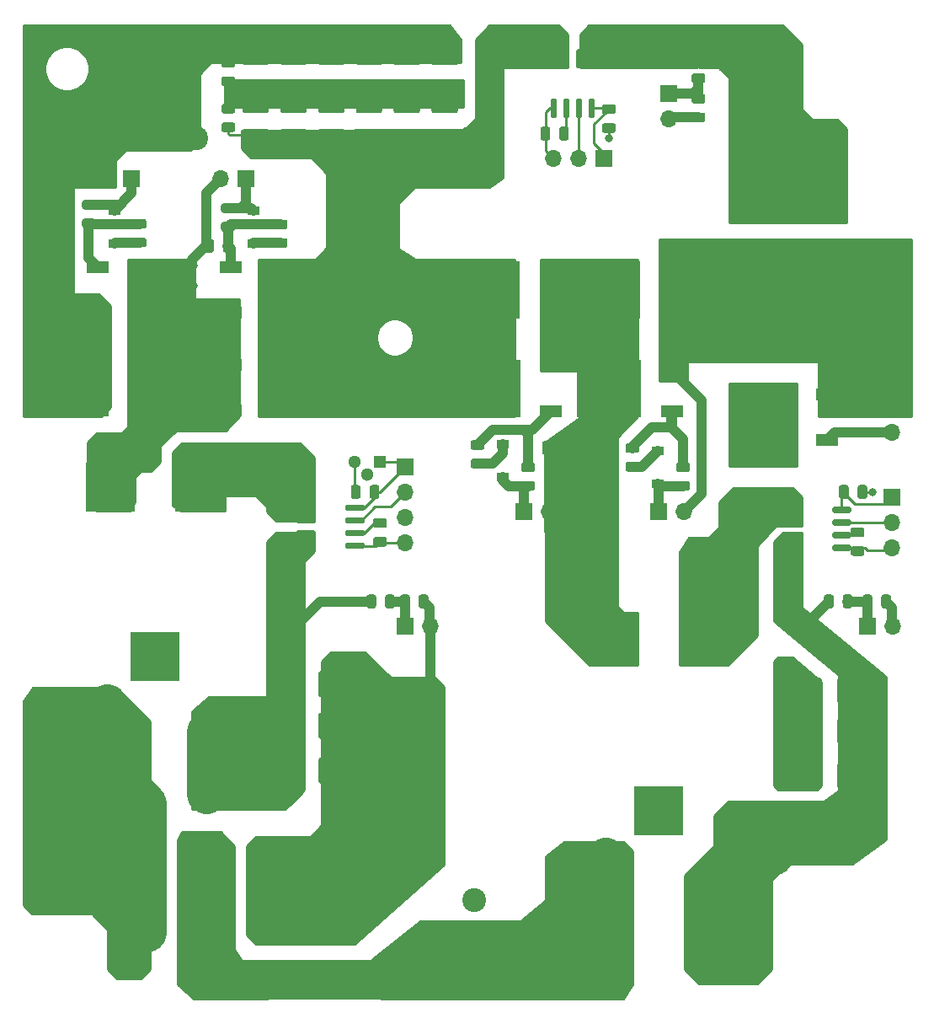
<source format=gtl>
G04 #@! TF.GenerationSoftware,KiCad,Pcbnew,5.1.6-c6e7f7d~86~ubuntu20.04.1*
G04 #@! TF.CreationDate,2020-09-07T12:04:47+02:00*
G04 #@! TF.ProjectId,Power,506f7765-722e-46b6-9963-61645f706362,rev?*
G04 #@! TF.SameCoordinates,Original*
G04 #@! TF.FileFunction,Copper,L1,Top*
G04 #@! TF.FilePolarity,Positive*
%FSLAX46Y46*%
G04 Gerber Fmt 4.6, Leading zero omitted, Abs format (unit mm)*
G04 Created by KiCad (PCBNEW 5.1.6-c6e7f7d~86~ubuntu20.04.1) date 2020-09-07 12:04:47*
%MOMM*%
%LPD*%
G01*
G04 APERTURE LIST*
G04 #@! TA.AperFunction,ComponentPad*
%ADD10C,2.400000*%
G04 #@! TD*
G04 #@! TA.AperFunction,ComponentPad*
%ADD11O,1.700000X1.700000*%
G04 #@! TD*
G04 #@! TA.AperFunction,ComponentPad*
%ADD12R,1.700000X1.700000*%
G04 #@! TD*
G04 #@! TA.AperFunction,SMDPad,CuDef*
%ADD13R,1.200000X0.900000*%
G04 #@! TD*
G04 #@! TA.AperFunction,SMDPad,CuDef*
%ADD14R,6.400000X5.800000*%
G04 #@! TD*
G04 #@! TA.AperFunction,SMDPad,CuDef*
%ADD15R,2.200000X1.200000*%
G04 #@! TD*
G04 #@! TA.AperFunction,SMDPad,CuDef*
%ADD16R,5.000000X5.000000*%
G04 #@! TD*
G04 #@! TA.AperFunction,ComponentPad*
%ADD17C,2.000000*%
G04 #@! TD*
G04 #@! TA.AperFunction,ComponentPad*
%ADD18C,1.803400*%
G04 #@! TD*
G04 #@! TA.AperFunction,ComponentPad*
%ADD19R,1.300000X1.300000*%
G04 #@! TD*
G04 #@! TA.AperFunction,ComponentPad*
%ADD20C,1.300000*%
G04 #@! TD*
G04 #@! TA.AperFunction,ViaPad*
%ADD21C,0.800000*%
G04 #@! TD*
G04 #@! TA.AperFunction,Conductor*
%ADD22C,1.000000*%
G04 #@! TD*
G04 #@! TA.AperFunction,Conductor*
%ADD23C,0.250000*%
G04 #@! TD*
G04 #@! TA.AperFunction,Conductor*
%ADD24C,3.000000*%
G04 #@! TD*
G04 #@! TA.AperFunction,Conductor*
%ADD25C,4.000000*%
G04 #@! TD*
G04 #@! TA.AperFunction,Conductor*
%ADD26C,0.254000*%
G04 #@! TD*
G04 APERTURE END LIST*
D10*
X115500000Y-130500000D03*
X88000000Y-130500000D03*
X50000000Y-123000000D03*
X77500000Y-123000000D03*
X87500000Y-54000000D03*
X60000000Y-54000000D03*
D11*
X54500000Y-47040000D03*
D12*
X54500000Y-44500000D03*
D11*
X83540000Y-103000000D03*
D12*
X81000000Y-103000000D03*
X130000000Y-90000000D03*
D11*
X130040000Y-103000000D03*
D12*
X127500000Y-103000000D03*
D11*
X130000000Y-92540000D03*
X130000000Y-95080000D03*
D12*
X81000000Y-87000000D03*
D11*
X81000000Y-89540000D03*
X81000000Y-92080000D03*
X81000000Y-94620000D03*
X130000000Y-83540000D03*
D12*
X130000000Y-81000000D03*
D11*
X62460000Y-58000000D03*
D12*
X65000000Y-58000000D03*
D11*
X50960000Y-58000000D03*
D12*
X53500000Y-58000000D03*
D11*
X95540000Y-91500000D03*
D12*
X93000000Y-91500000D03*
D11*
X109040000Y-91500000D03*
D12*
X106500000Y-91500000D03*
X107500000Y-49500000D03*
D11*
X107500000Y-52040000D03*
X95920000Y-56000000D03*
D12*
X101000000Y-56000000D03*
D11*
X98460000Y-56000000D03*
G04 #@! TA.AperFunction,SMDPad,CuDef*
G36*
G01*
X78043750Y-94012500D02*
X78956250Y-94012500D01*
G75*
G02*
X79200000Y-94256250I0J-243750D01*
G01*
X79200000Y-94743750D01*
G75*
G02*
X78956250Y-94987500I-243750J0D01*
G01*
X78043750Y-94987500D01*
G75*
G02*
X77800000Y-94743750I0J243750D01*
G01*
X77800000Y-94256250D01*
G75*
G02*
X78043750Y-94012500I243750J0D01*
G01*
G37*
G04 #@! TD.AperFunction*
G04 #@! TA.AperFunction,SMDPad,CuDef*
G36*
G01*
X78043750Y-92137500D02*
X78956250Y-92137500D01*
G75*
G02*
X79200000Y-92381250I0J-243750D01*
G01*
X79200000Y-92868750D01*
G75*
G02*
X78956250Y-93112500I-243750J0D01*
G01*
X78043750Y-93112500D01*
G75*
G02*
X77800000Y-92868750I0J243750D01*
G01*
X77800000Y-92381250D01*
G75*
G02*
X78043750Y-92137500I243750J0D01*
G01*
G37*
G04 #@! TD.AperFunction*
G04 #@! TA.AperFunction,SMDPad,CuDef*
G36*
G01*
X76550000Y-89043750D02*
X76550000Y-89956250D01*
G75*
G02*
X76306250Y-90200000I-243750J0D01*
G01*
X75818750Y-90200000D01*
G75*
G02*
X75575000Y-89956250I0J243750D01*
G01*
X75575000Y-89043750D01*
G75*
G02*
X75818750Y-88800000I243750J0D01*
G01*
X76306250Y-88800000D01*
G75*
G02*
X76550000Y-89043750I0J-243750D01*
G01*
G37*
G04 #@! TD.AperFunction*
G04 #@! TA.AperFunction,SMDPad,CuDef*
G36*
G01*
X78425000Y-89043750D02*
X78425000Y-89956250D01*
G75*
G02*
X78181250Y-90200000I-243750J0D01*
G01*
X77693750Y-90200000D01*
G75*
G02*
X77450000Y-89956250I0J243750D01*
G01*
X77450000Y-89043750D01*
G75*
G02*
X77693750Y-88800000I243750J0D01*
G01*
X78181250Y-88800000D01*
G75*
G02*
X78425000Y-89043750I0J-243750D01*
G01*
G37*
G04 #@! TD.AperFunction*
G04 #@! TA.AperFunction,SMDPad,CuDef*
G36*
G01*
X101043750Y-52450000D02*
X101956250Y-52450000D01*
G75*
G02*
X102200000Y-52693750I0J-243750D01*
G01*
X102200000Y-53181250D01*
G75*
G02*
X101956250Y-53425000I-243750J0D01*
G01*
X101043750Y-53425000D01*
G75*
G02*
X100800000Y-53181250I0J243750D01*
G01*
X100800000Y-52693750D01*
G75*
G02*
X101043750Y-52450000I243750J0D01*
G01*
G37*
G04 #@! TD.AperFunction*
G04 #@! TA.AperFunction,SMDPad,CuDef*
G36*
G01*
X101043750Y-50575000D02*
X101956250Y-50575000D01*
G75*
G02*
X102200000Y-50818750I0J-243750D01*
G01*
X102200000Y-51306250D01*
G75*
G02*
X101956250Y-51550000I-243750J0D01*
G01*
X101043750Y-51550000D01*
G75*
G02*
X100800000Y-51306250I0J243750D01*
G01*
X100800000Y-50818750D01*
G75*
G02*
X101043750Y-50575000I243750J0D01*
G01*
G37*
G04 #@! TD.AperFunction*
G04 #@! TA.AperFunction,SMDPad,CuDef*
G36*
G01*
X96512500Y-53956250D02*
X96512500Y-53043750D01*
G75*
G02*
X96756250Y-52800000I243750J0D01*
G01*
X97243750Y-52800000D01*
G75*
G02*
X97487500Y-53043750I0J-243750D01*
G01*
X97487500Y-53956250D01*
G75*
G02*
X97243750Y-54200000I-243750J0D01*
G01*
X96756250Y-54200000D01*
G75*
G02*
X96512500Y-53956250I0J243750D01*
G01*
G37*
G04 #@! TD.AperFunction*
G04 #@! TA.AperFunction,SMDPad,CuDef*
G36*
G01*
X94637500Y-53956250D02*
X94637500Y-53043750D01*
G75*
G02*
X94881250Y-52800000I243750J0D01*
G01*
X95368750Y-52800000D01*
G75*
G02*
X95612500Y-53043750I0J-243750D01*
G01*
X95612500Y-53956250D01*
G75*
G02*
X95368750Y-54200000I-243750J0D01*
G01*
X94881250Y-54200000D01*
G75*
G02*
X94637500Y-53956250I0J243750D01*
G01*
G37*
G04 #@! TD.AperFunction*
G04 #@! TA.AperFunction,SMDPad,CuDef*
G36*
G01*
X67075000Y-51465000D02*
X64925000Y-51465000D01*
G75*
G02*
X64675000Y-51215000I0J250000D01*
G01*
X64675000Y-50465000D01*
G75*
G02*
X64925000Y-50215000I250000J0D01*
G01*
X67075000Y-50215000D01*
G75*
G02*
X67325000Y-50465000I0J-250000D01*
G01*
X67325000Y-51215000D01*
G75*
G02*
X67075000Y-51465000I-250000J0D01*
G01*
G37*
G04 #@! TD.AperFunction*
G04 #@! TA.AperFunction,SMDPad,CuDef*
G36*
G01*
X67075000Y-54265000D02*
X64925000Y-54265000D01*
G75*
G02*
X64675000Y-54015000I0J250000D01*
G01*
X64675000Y-53265000D01*
G75*
G02*
X64925000Y-53015000I250000J0D01*
G01*
X67075000Y-53015000D01*
G75*
G02*
X67325000Y-53265000I0J-250000D01*
G01*
X67325000Y-54015000D01*
G75*
G02*
X67075000Y-54265000I-250000J0D01*
G01*
G37*
G04 #@! TD.AperFunction*
G04 #@! TA.AperFunction,SMDPad,CuDef*
G36*
G01*
X126043750Y-94950000D02*
X126956250Y-94950000D01*
G75*
G02*
X127200000Y-95193750I0J-243750D01*
G01*
X127200000Y-95681250D01*
G75*
G02*
X126956250Y-95925000I-243750J0D01*
G01*
X126043750Y-95925000D01*
G75*
G02*
X125800000Y-95681250I0J243750D01*
G01*
X125800000Y-95193750D01*
G75*
G02*
X126043750Y-94950000I243750J0D01*
G01*
G37*
G04 #@! TD.AperFunction*
G04 #@! TA.AperFunction,SMDPad,CuDef*
G36*
G01*
X126043750Y-93075000D02*
X126956250Y-93075000D01*
G75*
G02*
X127200000Y-93318750I0J-243750D01*
G01*
X127200000Y-93806250D01*
G75*
G02*
X126956250Y-94050000I-243750J0D01*
G01*
X126043750Y-94050000D01*
G75*
G02*
X125800000Y-93806250I0J243750D01*
G01*
X125800000Y-93318750D01*
G75*
G02*
X126043750Y-93075000I243750J0D01*
G01*
G37*
G04 #@! TD.AperFunction*
G04 #@! TA.AperFunction,SMDPad,CuDef*
G36*
G01*
X126512500Y-89956250D02*
X126512500Y-89043750D01*
G75*
G02*
X126756250Y-88800000I243750J0D01*
G01*
X127243750Y-88800000D01*
G75*
G02*
X127487500Y-89043750I0J-243750D01*
G01*
X127487500Y-89956250D01*
G75*
G02*
X127243750Y-90200000I-243750J0D01*
G01*
X126756250Y-90200000D01*
G75*
G02*
X126512500Y-89956250I0J243750D01*
G01*
G37*
G04 #@! TD.AperFunction*
G04 #@! TA.AperFunction,SMDPad,CuDef*
G36*
G01*
X124637500Y-89956250D02*
X124637500Y-89043750D01*
G75*
G02*
X124881250Y-88800000I243750J0D01*
G01*
X125368750Y-88800000D01*
G75*
G02*
X125612500Y-89043750I0J-243750D01*
G01*
X125612500Y-89956250D01*
G75*
G02*
X125368750Y-90200000I-243750J0D01*
G01*
X124881250Y-90200000D01*
G75*
G02*
X124637500Y-89956250I0J243750D01*
G01*
G37*
G04 #@! TD.AperFunction*
D13*
X65755000Y-64515000D03*
X65755000Y-61215000D03*
X51785000Y-64515000D03*
X51785000Y-61215000D03*
X90845000Y-84710000D03*
X90845000Y-88010000D03*
X106410000Y-85345000D03*
X106410000Y-88645000D03*
D14*
X69760000Y-79010000D03*
D15*
X63460000Y-81290000D03*
X63460000Y-76730000D03*
D14*
X89340000Y-69215000D03*
D15*
X95640000Y-66935000D03*
X95640000Y-71495000D03*
D14*
X56425000Y-79010000D03*
D15*
X50125000Y-81290000D03*
X50125000Y-76730000D03*
D14*
X101405000Y-69215000D03*
D15*
X107705000Y-66935000D03*
X107705000Y-71495000D03*
D16*
X60365000Y-89045000D03*
X51365000Y-89045000D03*
X55865000Y-106045000D03*
X111000000Y-104500000D03*
X102000000Y-104500000D03*
X106500000Y-121500000D03*
D14*
X69760000Y-69215000D03*
D15*
X63460000Y-71495000D03*
X63460000Y-66935000D03*
D14*
X56425000Y-69215000D03*
D15*
X50125000Y-71495000D03*
X50125000Y-66935000D03*
D14*
X89380000Y-79135000D03*
D15*
X95680000Y-76855000D03*
X95680000Y-81415000D03*
D14*
X101530000Y-79135000D03*
D15*
X107830000Y-76855000D03*
X107830000Y-81415000D03*
G04 #@! TA.AperFunction,SMDPad,CuDef*
G36*
G01*
X62758750Y-62377500D02*
X63671250Y-62377500D01*
G75*
G02*
X63915000Y-62621250I0J-243750D01*
G01*
X63915000Y-63108750D01*
G75*
G02*
X63671250Y-63352500I-243750J0D01*
G01*
X62758750Y-63352500D01*
G75*
G02*
X62515000Y-63108750I0J243750D01*
G01*
X62515000Y-62621250D01*
G75*
G02*
X62758750Y-62377500I243750J0D01*
G01*
G37*
G04 #@! TD.AperFunction*
G04 #@! TA.AperFunction,SMDPad,CuDef*
G36*
G01*
X62758750Y-60502500D02*
X63671250Y-60502500D01*
G75*
G02*
X63915000Y-60746250I0J-243750D01*
G01*
X63915000Y-61233750D01*
G75*
G02*
X63671250Y-61477500I-243750J0D01*
G01*
X62758750Y-61477500D01*
G75*
G02*
X62515000Y-61233750I0J243750D01*
G01*
X62515000Y-60746250D01*
G75*
G02*
X62758750Y-60502500I243750J0D01*
G01*
G37*
G04 #@! TD.AperFunction*
G04 #@! TA.AperFunction,SMDPad,CuDef*
G36*
G01*
X93841250Y-87512500D02*
X92928750Y-87512500D01*
G75*
G02*
X92685000Y-87268750I0J243750D01*
G01*
X92685000Y-86781250D01*
G75*
G02*
X92928750Y-86537500I243750J0D01*
G01*
X93841250Y-86537500D01*
G75*
G02*
X94085000Y-86781250I0J-243750D01*
G01*
X94085000Y-87268750D01*
G75*
G02*
X93841250Y-87512500I-243750J0D01*
G01*
G37*
G04 #@! TD.AperFunction*
G04 #@! TA.AperFunction,SMDPad,CuDef*
G36*
G01*
X93841250Y-89387500D02*
X92928750Y-89387500D01*
G75*
G02*
X92685000Y-89143750I0J243750D01*
G01*
X92685000Y-88656250D01*
G75*
G02*
X92928750Y-88412500I243750J0D01*
G01*
X93841250Y-88412500D01*
G75*
G02*
X94085000Y-88656250I0J-243750D01*
G01*
X94085000Y-89143750D01*
G75*
G02*
X93841250Y-89387500I-243750J0D01*
G01*
G37*
G04 #@! TD.AperFunction*
G04 #@! TA.AperFunction,SMDPad,CuDef*
G36*
G01*
X68956250Y-63112500D02*
X68043750Y-63112500D01*
G75*
G02*
X67800000Y-62868750I0J243750D01*
G01*
X67800000Y-62381250D01*
G75*
G02*
X68043750Y-62137500I243750J0D01*
G01*
X68956250Y-62137500D01*
G75*
G02*
X69200000Y-62381250I0J-243750D01*
G01*
X69200000Y-62868750D01*
G75*
G02*
X68956250Y-63112500I-243750J0D01*
G01*
G37*
G04 #@! TD.AperFunction*
G04 #@! TA.AperFunction,SMDPad,CuDef*
G36*
G01*
X68956250Y-64987500D02*
X68043750Y-64987500D01*
G75*
G02*
X67800000Y-64743750I0J243750D01*
G01*
X67800000Y-64256250D01*
G75*
G02*
X68043750Y-64012500I243750J0D01*
G01*
X68956250Y-64012500D01*
G75*
G02*
X69200000Y-64256250I0J-243750D01*
G01*
X69200000Y-64743750D01*
G75*
G02*
X68956250Y-64987500I-243750J0D01*
G01*
G37*
G04 #@! TD.AperFunction*
G04 #@! TA.AperFunction,SMDPad,CuDef*
G36*
G01*
X54781250Y-63050000D02*
X53868750Y-63050000D01*
G75*
G02*
X53625000Y-62806250I0J243750D01*
G01*
X53625000Y-62318750D01*
G75*
G02*
X53868750Y-62075000I243750J0D01*
G01*
X54781250Y-62075000D01*
G75*
G02*
X55025000Y-62318750I0J-243750D01*
G01*
X55025000Y-62806250D01*
G75*
G02*
X54781250Y-63050000I-243750J0D01*
G01*
G37*
G04 #@! TD.AperFunction*
G04 #@! TA.AperFunction,SMDPad,CuDef*
G36*
G01*
X54781250Y-64925000D02*
X53868750Y-64925000D01*
G75*
G02*
X53625000Y-64681250I0J243750D01*
G01*
X53625000Y-64193750D01*
G75*
G02*
X53868750Y-63950000I243750J0D01*
G01*
X54781250Y-63950000D01*
G75*
G02*
X55025000Y-64193750I0J-243750D01*
G01*
X55025000Y-64681250D01*
G75*
G02*
X54781250Y-64925000I-243750J0D01*
G01*
G37*
G04 #@! TD.AperFunction*
G04 #@! TA.AperFunction,SMDPad,CuDef*
G36*
G01*
X88761250Y-85275000D02*
X87848750Y-85275000D01*
G75*
G02*
X87605000Y-85031250I0J243750D01*
G01*
X87605000Y-84543750D01*
G75*
G02*
X87848750Y-84300000I243750J0D01*
G01*
X88761250Y-84300000D01*
G75*
G02*
X89005000Y-84543750I0J-243750D01*
G01*
X89005000Y-85031250D01*
G75*
G02*
X88761250Y-85275000I-243750J0D01*
G01*
G37*
G04 #@! TD.AperFunction*
G04 #@! TA.AperFunction,SMDPad,CuDef*
G36*
G01*
X88761250Y-87150000D02*
X87848750Y-87150000D01*
G75*
G02*
X87605000Y-86906250I0J243750D01*
G01*
X87605000Y-86418750D01*
G75*
G02*
X87848750Y-86175000I243750J0D01*
G01*
X88761250Y-86175000D01*
G75*
G02*
X89005000Y-86418750I0J-243750D01*
G01*
X89005000Y-86906250D01*
G75*
G02*
X88761250Y-87150000I-243750J0D01*
G01*
G37*
G04 #@! TD.AperFunction*
G04 #@! TA.AperFunction,SMDPad,CuDef*
G36*
G01*
X104326250Y-85577500D02*
X103413750Y-85577500D01*
G75*
G02*
X103170000Y-85333750I0J243750D01*
G01*
X103170000Y-84846250D01*
G75*
G02*
X103413750Y-84602500I243750J0D01*
G01*
X104326250Y-84602500D01*
G75*
G02*
X104570000Y-84846250I0J-243750D01*
G01*
X104570000Y-85333750D01*
G75*
G02*
X104326250Y-85577500I-243750J0D01*
G01*
G37*
G04 #@! TD.AperFunction*
G04 #@! TA.AperFunction,SMDPad,CuDef*
G36*
G01*
X104326250Y-87452500D02*
X103413750Y-87452500D01*
G75*
G02*
X103170000Y-87208750I0J243750D01*
G01*
X103170000Y-86721250D01*
G75*
G02*
X103413750Y-86477500I243750J0D01*
G01*
X104326250Y-86477500D01*
G75*
G02*
X104570000Y-86721250I0J-243750D01*
G01*
X104570000Y-87208750D01*
G75*
G02*
X104326250Y-87452500I-243750J0D01*
G01*
G37*
G04 #@! TD.AperFunction*
G04 #@! TA.AperFunction,SMDPad,CuDef*
G36*
G01*
X48788750Y-62045000D02*
X49701250Y-62045000D01*
G75*
G02*
X49945000Y-62288750I0J-243750D01*
G01*
X49945000Y-62776250D01*
G75*
G02*
X49701250Y-63020000I-243750J0D01*
G01*
X48788750Y-63020000D01*
G75*
G02*
X48545000Y-62776250I0J243750D01*
G01*
X48545000Y-62288750D01*
G75*
G02*
X48788750Y-62045000I243750J0D01*
G01*
G37*
G04 #@! TD.AperFunction*
G04 #@! TA.AperFunction,SMDPad,CuDef*
G36*
G01*
X48788750Y-60170000D02*
X49701250Y-60170000D01*
G75*
G02*
X49945000Y-60413750I0J-243750D01*
G01*
X49945000Y-60901250D01*
G75*
G02*
X49701250Y-61145000I-243750J0D01*
G01*
X48788750Y-61145000D01*
G75*
G02*
X48545000Y-60901250I0J243750D01*
G01*
X48545000Y-60413750D01*
G75*
G02*
X48788750Y-60170000I243750J0D01*
G01*
G37*
G04 #@! TD.AperFunction*
G04 #@! TA.AperFunction,SMDPad,CuDef*
G36*
G01*
X109406250Y-87512500D02*
X108493750Y-87512500D01*
G75*
G02*
X108250000Y-87268750I0J243750D01*
G01*
X108250000Y-86781250D01*
G75*
G02*
X108493750Y-86537500I243750J0D01*
G01*
X109406250Y-86537500D01*
G75*
G02*
X109650000Y-86781250I0J-243750D01*
G01*
X109650000Y-87268750D01*
G75*
G02*
X109406250Y-87512500I-243750J0D01*
G01*
G37*
G04 #@! TD.AperFunction*
G04 #@! TA.AperFunction,SMDPad,CuDef*
G36*
G01*
X109406250Y-89387500D02*
X108493750Y-89387500D01*
G75*
G02*
X108250000Y-89143750I0J243750D01*
G01*
X108250000Y-88656250D01*
G75*
G02*
X108493750Y-88412500I243750J0D01*
G01*
X109406250Y-88412500D01*
G75*
G02*
X109650000Y-88656250I0J-243750D01*
G01*
X109650000Y-89143750D01*
G75*
G02*
X109406250Y-89387500I-243750J0D01*
G01*
G37*
G04 #@! TD.AperFunction*
G04 #@! TA.AperFunction,SMDPad,CuDef*
G36*
G01*
X62697500Y-65226250D02*
X62697500Y-64313750D01*
G75*
G02*
X62941250Y-64070000I243750J0D01*
G01*
X63428750Y-64070000D01*
G75*
G02*
X63672500Y-64313750I0J-243750D01*
G01*
X63672500Y-65226250D01*
G75*
G02*
X63428750Y-65470000I-243750J0D01*
G01*
X62941250Y-65470000D01*
G75*
G02*
X62697500Y-65226250I0J243750D01*
G01*
G37*
G04 #@! TD.AperFunction*
G04 #@! TA.AperFunction,SMDPad,CuDef*
G36*
G01*
X60822500Y-65226250D02*
X60822500Y-64313750D01*
G75*
G02*
X61066250Y-64070000I243750J0D01*
G01*
X61553750Y-64070000D01*
G75*
G02*
X61797500Y-64313750I0J-243750D01*
G01*
X61797500Y-65226250D01*
G75*
G02*
X61553750Y-65470000I-243750J0D01*
G01*
X61066250Y-65470000D01*
G75*
G02*
X60822500Y-65226250I0J243750D01*
G01*
G37*
G04 #@! TD.AperFunction*
G04 #@! TA.AperFunction,SMDPad,CuDef*
G36*
G01*
X93902500Y-84633750D02*
X93902500Y-85546250D01*
G75*
G02*
X93658750Y-85790000I-243750J0D01*
G01*
X93171250Y-85790000D01*
G75*
G02*
X92927500Y-85546250I0J243750D01*
G01*
X92927500Y-84633750D01*
G75*
G02*
X93171250Y-84390000I243750J0D01*
G01*
X93658750Y-84390000D01*
G75*
G02*
X93902500Y-84633750I0J-243750D01*
G01*
G37*
G04 #@! TD.AperFunction*
G04 #@! TA.AperFunction,SMDPad,CuDef*
G36*
G01*
X95777500Y-84633750D02*
X95777500Y-85546250D01*
G75*
G02*
X95533750Y-85790000I-243750J0D01*
G01*
X95046250Y-85790000D01*
G75*
G02*
X94802500Y-85546250I0J243750D01*
G01*
X94802500Y-84633750D01*
G75*
G02*
X95046250Y-84390000I243750J0D01*
G01*
X95533750Y-84390000D01*
G75*
G02*
X95777500Y-84633750I0J-243750D01*
G01*
G37*
G04 #@! TD.AperFunction*
G04 #@! TA.AperFunction,SMDPad,CuDef*
G36*
G01*
X48727500Y-65226250D02*
X48727500Y-64313750D01*
G75*
G02*
X48971250Y-64070000I243750J0D01*
G01*
X49458750Y-64070000D01*
G75*
G02*
X49702500Y-64313750I0J-243750D01*
G01*
X49702500Y-65226250D01*
G75*
G02*
X49458750Y-65470000I-243750J0D01*
G01*
X48971250Y-65470000D01*
G75*
G02*
X48727500Y-65226250I0J243750D01*
G01*
G37*
G04 #@! TD.AperFunction*
G04 #@! TA.AperFunction,SMDPad,CuDef*
G36*
G01*
X46852500Y-65226250D02*
X46852500Y-64313750D01*
G75*
G02*
X47096250Y-64070000I243750J0D01*
G01*
X47583750Y-64070000D01*
G75*
G02*
X47827500Y-64313750I0J-243750D01*
G01*
X47827500Y-65226250D01*
G75*
G02*
X47583750Y-65470000I-243750J0D01*
G01*
X47096250Y-65470000D01*
G75*
G02*
X46852500Y-65226250I0J243750D01*
G01*
G37*
G04 #@! TD.AperFunction*
G04 #@! TA.AperFunction,SMDPad,CuDef*
G36*
G01*
X109437500Y-84633750D02*
X109437500Y-85546250D01*
G75*
G02*
X109193750Y-85790000I-243750J0D01*
G01*
X108706250Y-85790000D01*
G75*
G02*
X108462500Y-85546250I0J243750D01*
G01*
X108462500Y-84633750D01*
G75*
G02*
X108706250Y-84390000I243750J0D01*
G01*
X109193750Y-84390000D01*
G75*
G02*
X109437500Y-84633750I0J-243750D01*
G01*
G37*
G04 #@! TD.AperFunction*
G04 #@! TA.AperFunction,SMDPad,CuDef*
G36*
G01*
X111312500Y-84633750D02*
X111312500Y-85546250D01*
G75*
G02*
X111068750Y-85790000I-243750J0D01*
G01*
X110581250Y-85790000D01*
G75*
G02*
X110337500Y-85546250I0J243750D01*
G01*
X110337500Y-84633750D01*
G75*
G02*
X110581250Y-84390000I243750J0D01*
G01*
X111068750Y-84390000D01*
G75*
G02*
X111312500Y-84633750I0J-243750D01*
G01*
G37*
G04 #@! TD.AperFunction*
G04 #@! TA.AperFunction,SMDPad,CuDef*
G36*
G01*
X99620000Y-49975000D02*
X99920000Y-49975000D01*
G75*
G02*
X100070000Y-50125000I0J-150000D01*
G01*
X100070000Y-51775000D01*
G75*
G02*
X99920000Y-51925000I-150000J0D01*
G01*
X99620000Y-51925000D01*
G75*
G02*
X99470000Y-51775000I0J150000D01*
G01*
X99470000Y-50125000D01*
G75*
G02*
X99620000Y-49975000I150000J0D01*
G01*
G37*
G04 #@! TD.AperFunction*
G04 #@! TA.AperFunction,SMDPad,CuDef*
G36*
G01*
X98350000Y-49975000D02*
X98650000Y-49975000D01*
G75*
G02*
X98800000Y-50125000I0J-150000D01*
G01*
X98800000Y-51775000D01*
G75*
G02*
X98650000Y-51925000I-150000J0D01*
G01*
X98350000Y-51925000D01*
G75*
G02*
X98200000Y-51775000I0J150000D01*
G01*
X98200000Y-50125000D01*
G75*
G02*
X98350000Y-49975000I150000J0D01*
G01*
G37*
G04 #@! TD.AperFunction*
G04 #@! TA.AperFunction,SMDPad,CuDef*
G36*
G01*
X97080000Y-49975000D02*
X97380000Y-49975000D01*
G75*
G02*
X97530000Y-50125000I0J-150000D01*
G01*
X97530000Y-51775000D01*
G75*
G02*
X97380000Y-51925000I-150000J0D01*
G01*
X97080000Y-51925000D01*
G75*
G02*
X96930000Y-51775000I0J150000D01*
G01*
X96930000Y-50125000D01*
G75*
G02*
X97080000Y-49975000I150000J0D01*
G01*
G37*
G04 #@! TD.AperFunction*
G04 #@! TA.AperFunction,SMDPad,CuDef*
G36*
G01*
X95810000Y-49975000D02*
X96110000Y-49975000D01*
G75*
G02*
X96260000Y-50125000I0J-150000D01*
G01*
X96260000Y-51775000D01*
G75*
G02*
X96110000Y-51925000I-150000J0D01*
G01*
X95810000Y-51925000D01*
G75*
G02*
X95660000Y-51775000I0J150000D01*
G01*
X95660000Y-50125000D01*
G75*
G02*
X95810000Y-49975000I150000J0D01*
G01*
G37*
G04 #@! TD.AperFunction*
G04 #@! TA.AperFunction,SMDPad,CuDef*
G36*
G01*
X95810000Y-45025000D02*
X96110000Y-45025000D01*
G75*
G02*
X96260000Y-45175000I0J-150000D01*
G01*
X96260000Y-46825000D01*
G75*
G02*
X96110000Y-46975000I-150000J0D01*
G01*
X95810000Y-46975000D01*
G75*
G02*
X95660000Y-46825000I0J150000D01*
G01*
X95660000Y-45175000D01*
G75*
G02*
X95810000Y-45025000I150000J0D01*
G01*
G37*
G04 #@! TD.AperFunction*
G04 #@! TA.AperFunction,SMDPad,CuDef*
G36*
G01*
X97080000Y-45025000D02*
X97380000Y-45025000D01*
G75*
G02*
X97530000Y-45175000I0J-150000D01*
G01*
X97530000Y-46825000D01*
G75*
G02*
X97380000Y-46975000I-150000J0D01*
G01*
X97080000Y-46975000D01*
G75*
G02*
X96930000Y-46825000I0J150000D01*
G01*
X96930000Y-45175000D01*
G75*
G02*
X97080000Y-45025000I150000J0D01*
G01*
G37*
G04 #@! TD.AperFunction*
G04 #@! TA.AperFunction,SMDPad,CuDef*
G36*
G01*
X98350000Y-45025000D02*
X98650000Y-45025000D01*
G75*
G02*
X98800000Y-45175000I0J-150000D01*
G01*
X98800000Y-46825000D01*
G75*
G02*
X98650000Y-46975000I-150000J0D01*
G01*
X98350000Y-46975000D01*
G75*
G02*
X98200000Y-46825000I0J150000D01*
G01*
X98200000Y-45175000D01*
G75*
G02*
X98350000Y-45025000I150000J0D01*
G01*
G37*
G04 #@! TD.AperFunction*
G04 #@! TA.AperFunction,SMDPad,CuDef*
G36*
G01*
X99620000Y-45025000D02*
X99920000Y-45025000D01*
G75*
G02*
X100070000Y-45175000I0J-150000D01*
G01*
X100070000Y-46825000D01*
G75*
G02*
X99920000Y-46975000I-150000J0D01*
G01*
X99620000Y-46975000D01*
G75*
G02*
X99470000Y-46825000I0J150000D01*
G01*
X99470000Y-45175000D01*
G75*
G02*
X99620000Y-45025000I150000J0D01*
G01*
G37*
G04 #@! TD.AperFunction*
D17*
X51060000Y-116810000D03*
X61060000Y-119810000D03*
X51060000Y-110810000D03*
X61060000Y-113810000D03*
X101135000Y-132175000D03*
X111135000Y-135175000D03*
X101135000Y-126175000D03*
X111135000Y-129175000D03*
G04 #@! TA.AperFunction,SMDPad,CuDef*
G36*
G01*
X75025000Y-91245000D02*
X75025000Y-90945000D01*
G75*
G02*
X75175000Y-90795000I150000J0D01*
G01*
X76825000Y-90795000D01*
G75*
G02*
X76975000Y-90945000I0J-150000D01*
G01*
X76975000Y-91245000D01*
G75*
G02*
X76825000Y-91395000I-150000J0D01*
G01*
X75175000Y-91395000D01*
G75*
G02*
X75025000Y-91245000I0J150000D01*
G01*
G37*
G04 #@! TD.AperFunction*
G04 #@! TA.AperFunction,SMDPad,CuDef*
G36*
G01*
X75025000Y-92515000D02*
X75025000Y-92215000D01*
G75*
G02*
X75175000Y-92065000I150000J0D01*
G01*
X76825000Y-92065000D01*
G75*
G02*
X76975000Y-92215000I0J-150000D01*
G01*
X76975000Y-92515000D01*
G75*
G02*
X76825000Y-92665000I-150000J0D01*
G01*
X75175000Y-92665000D01*
G75*
G02*
X75025000Y-92515000I0J150000D01*
G01*
G37*
G04 #@! TD.AperFunction*
G04 #@! TA.AperFunction,SMDPad,CuDef*
G36*
G01*
X75025000Y-93785000D02*
X75025000Y-93485000D01*
G75*
G02*
X75175000Y-93335000I150000J0D01*
G01*
X76825000Y-93335000D01*
G75*
G02*
X76975000Y-93485000I0J-150000D01*
G01*
X76975000Y-93785000D01*
G75*
G02*
X76825000Y-93935000I-150000J0D01*
G01*
X75175000Y-93935000D01*
G75*
G02*
X75025000Y-93785000I0J150000D01*
G01*
G37*
G04 #@! TD.AperFunction*
G04 #@! TA.AperFunction,SMDPad,CuDef*
G36*
G01*
X75025000Y-95055000D02*
X75025000Y-94755000D01*
G75*
G02*
X75175000Y-94605000I150000J0D01*
G01*
X76825000Y-94605000D01*
G75*
G02*
X76975000Y-94755000I0J-150000D01*
G01*
X76975000Y-95055000D01*
G75*
G02*
X76825000Y-95205000I-150000J0D01*
G01*
X75175000Y-95205000D01*
G75*
G02*
X75025000Y-95055000I0J150000D01*
G01*
G37*
G04 #@! TD.AperFunction*
G04 #@! TA.AperFunction,SMDPad,CuDef*
G36*
G01*
X70075000Y-95055000D02*
X70075000Y-94755000D01*
G75*
G02*
X70225000Y-94605000I150000J0D01*
G01*
X71875000Y-94605000D01*
G75*
G02*
X72025000Y-94755000I0J-150000D01*
G01*
X72025000Y-95055000D01*
G75*
G02*
X71875000Y-95205000I-150000J0D01*
G01*
X70225000Y-95205000D01*
G75*
G02*
X70075000Y-95055000I0J150000D01*
G01*
G37*
G04 #@! TD.AperFunction*
G04 #@! TA.AperFunction,SMDPad,CuDef*
G36*
G01*
X70075000Y-93785000D02*
X70075000Y-93485000D01*
G75*
G02*
X70225000Y-93335000I150000J0D01*
G01*
X71875000Y-93335000D01*
G75*
G02*
X72025000Y-93485000I0J-150000D01*
G01*
X72025000Y-93785000D01*
G75*
G02*
X71875000Y-93935000I-150000J0D01*
G01*
X70225000Y-93935000D01*
G75*
G02*
X70075000Y-93785000I0J150000D01*
G01*
G37*
G04 #@! TD.AperFunction*
G04 #@! TA.AperFunction,SMDPad,CuDef*
G36*
G01*
X70075000Y-92515000D02*
X70075000Y-92215000D01*
G75*
G02*
X70225000Y-92065000I150000J0D01*
G01*
X71875000Y-92065000D01*
G75*
G02*
X72025000Y-92215000I0J-150000D01*
G01*
X72025000Y-92515000D01*
G75*
G02*
X71875000Y-92665000I-150000J0D01*
G01*
X70225000Y-92665000D01*
G75*
G02*
X70075000Y-92515000I0J150000D01*
G01*
G37*
G04 #@! TD.AperFunction*
G04 #@! TA.AperFunction,SMDPad,CuDef*
G36*
G01*
X70075000Y-91245000D02*
X70075000Y-90945000D01*
G75*
G02*
X70225000Y-90795000I150000J0D01*
G01*
X71875000Y-90795000D01*
G75*
G02*
X72025000Y-90945000I0J-150000D01*
G01*
X72025000Y-91245000D01*
G75*
G02*
X71875000Y-91395000I-150000J0D01*
G01*
X70225000Y-91395000D01*
G75*
G02*
X70075000Y-91245000I0J150000D01*
G01*
G37*
G04 #@! TD.AperFunction*
G04 #@! TA.AperFunction,SMDPad,CuDef*
G36*
G01*
X123935000Y-91450000D02*
X123935000Y-91150000D01*
G75*
G02*
X124085000Y-91000000I150000J0D01*
G01*
X125735000Y-91000000D01*
G75*
G02*
X125885000Y-91150000I0J-150000D01*
G01*
X125885000Y-91450000D01*
G75*
G02*
X125735000Y-91600000I-150000J0D01*
G01*
X124085000Y-91600000D01*
G75*
G02*
X123935000Y-91450000I0J150000D01*
G01*
G37*
G04 #@! TD.AperFunction*
G04 #@! TA.AperFunction,SMDPad,CuDef*
G36*
G01*
X123935000Y-92720000D02*
X123935000Y-92420000D01*
G75*
G02*
X124085000Y-92270000I150000J0D01*
G01*
X125735000Y-92270000D01*
G75*
G02*
X125885000Y-92420000I0J-150000D01*
G01*
X125885000Y-92720000D01*
G75*
G02*
X125735000Y-92870000I-150000J0D01*
G01*
X124085000Y-92870000D01*
G75*
G02*
X123935000Y-92720000I0J150000D01*
G01*
G37*
G04 #@! TD.AperFunction*
G04 #@! TA.AperFunction,SMDPad,CuDef*
G36*
G01*
X123935000Y-93990000D02*
X123935000Y-93690000D01*
G75*
G02*
X124085000Y-93540000I150000J0D01*
G01*
X125735000Y-93540000D01*
G75*
G02*
X125885000Y-93690000I0J-150000D01*
G01*
X125885000Y-93990000D01*
G75*
G02*
X125735000Y-94140000I-150000J0D01*
G01*
X124085000Y-94140000D01*
G75*
G02*
X123935000Y-93990000I0J150000D01*
G01*
G37*
G04 #@! TD.AperFunction*
G04 #@! TA.AperFunction,SMDPad,CuDef*
G36*
G01*
X123935000Y-95260000D02*
X123935000Y-94960000D01*
G75*
G02*
X124085000Y-94810000I150000J0D01*
G01*
X125735000Y-94810000D01*
G75*
G02*
X125885000Y-94960000I0J-150000D01*
G01*
X125885000Y-95260000D01*
G75*
G02*
X125735000Y-95410000I-150000J0D01*
G01*
X124085000Y-95410000D01*
G75*
G02*
X123935000Y-95260000I0J150000D01*
G01*
G37*
G04 #@! TD.AperFunction*
G04 #@! TA.AperFunction,SMDPad,CuDef*
G36*
G01*
X118985000Y-95260000D02*
X118985000Y-94960000D01*
G75*
G02*
X119135000Y-94810000I150000J0D01*
G01*
X120785000Y-94810000D01*
G75*
G02*
X120935000Y-94960000I0J-150000D01*
G01*
X120935000Y-95260000D01*
G75*
G02*
X120785000Y-95410000I-150000J0D01*
G01*
X119135000Y-95410000D01*
G75*
G02*
X118985000Y-95260000I0J150000D01*
G01*
G37*
G04 #@! TD.AperFunction*
G04 #@! TA.AperFunction,SMDPad,CuDef*
G36*
G01*
X118985000Y-93990000D02*
X118985000Y-93690000D01*
G75*
G02*
X119135000Y-93540000I150000J0D01*
G01*
X120785000Y-93540000D01*
G75*
G02*
X120935000Y-93690000I0J-150000D01*
G01*
X120935000Y-93990000D01*
G75*
G02*
X120785000Y-94140000I-150000J0D01*
G01*
X119135000Y-94140000D01*
G75*
G02*
X118985000Y-93990000I0J150000D01*
G01*
G37*
G04 #@! TD.AperFunction*
G04 #@! TA.AperFunction,SMDPad,CuDef*
G36*
G01*
X118985000Y-92720000D02*
X118985000Y-92420000D01*
G75*
G02*
X119135000Y-92270000I150000J0D01*
G01*
X120785000Y-92270000D01*
G75*
G02*
X120935000Y-92420000I0J-150000D01*
G01*
X120935000Y-92720000D01*
G75*
G02*
X120785000Y-92870000I-150000J0D01*
G01*
X119135000Y-92870000D01*
G75*
G02*
X118985000Y-92720000I0J150000D01*
G01*
G37*
G04 #@! TD.AperFunction*
G04 #@! TA.AperFunction,SMDPad,CuDef*
G36*
G01*
X118985000Y-91450000D02*
X118985000Y-91150000D01*
G75*
G02*
X119135000Y-91000000I150000J0D01*
G01*
X120785000Y-91000000D01*
G75*
G02*
X120935000Y-91150000I0J-150000D01*
G01*
X120935000Y-91450000D01*
G75*
G02*
X120785000Y-91600000I-150000J0D01*
G01*
X119135000Y-91600000D01*
G75*
G02*
X118985000Y-91450000I0J150000D01*
G01*
G37*
G04 #@! TD.AperFunction*
D14*
X117175000Y-82025000D03*
D15*
X123475000Y-79745000D03*
X123475000Y-84305000D03*
G04 #@! TA.AperFunction,SMDPad,CuDef*
G36*
G01*
X79012500Y-100956250D02*
X79012500Y-100043750D01*
G75*
G02*
X79256250Y-99800000I243750J0D01*
G01*
X79743750Y-99800000D01*
G75*
G02*
X79987500Y-100043750I0J-243750D01*
G01*
X79987500Y-100956250D01*
G75*
G02*
X79743750Y-101200000I-243750J0D01*
G01*
X79256250Y-101200000D01*
G75*
G02*
X79012500Y-100956250I0J243750D01*
G01*
G37*
G04 #@! TD.AperFunction*
G04 #@! TA.AperFunction,SMDPad,CuDef*
G36*
G01*
X77137500Y-100956250D02*
X77137500Y-100043750D01*
G75*
G02*
X77381250Y-99800000I243750J0D01*
G01*
X77868750Y-99800000D01*
G75*
G02*
X78112500Y-100043750I0J-243750D01*
G01*
X78112500Y-100956250D01*
G75*
G02*
X77868750Y-101200000I-243750J0D01*
G01*
X77381250Y-101200000D01*
G75*
G02*
X77137500Y-100956250I0J243750D01*
G01*
G37*
G04 #@! TD.AperFunction*
G04 #@! TA.AperFunction,SMDPad,CuDef*
G36*
G01*
X82387500Y-100956250D02*
X82387500Y-100043750D01*
G75*
G02*
X82631250Y-99800000I243750J0D01*
G01*
X83118750Y-99800000D01*
G75*
G02*
X83362500Y-100043750I0J-243750D01*
G01*
X83362500Y-100956250D01*
G75*
G02*
X83118750Y-101200000I-243750J0D01*
G01*
X82631250Y-101200000D01*
G75*
G02*
X82387500Y-100956250I0J243750D01*
G01*
G37*
G04 #@! TD.AperFunction*
G04 #@! TA.AperFunction,SMDPad,CuDef*
G36*
G01*
X80512500Y-100956250D02*
X80512500Y-100043750D01*
G75*
G02*
X80756250Y-99800000I243750J0D01*
G01*
X81243750Y-99800000D01*
G75*
G02*
X81487500Y-100043750I0J-243750D01*
G01*
X81487500Y-100956250D01*
G75*
G02*
X81243750Y-101200000I-243750J0D01*
G01*
X80756250Y-101200000D01*
G75*
G02*
X80512500Y-100956250I0J243750D01*
G01*
G37*
G04 #@! TD.AperFunction*
G04 #@! TA.AperFunction,SMDPad,CuDef*
G36*
G01*
X125012500Y-100956250D02*
X125012500Y-100043750D01*
G75*
G02*
X125256250Y-99800000I243750J0D01*
G01*
X125743750Y-99800000D01*
G75*
G02*
X125987500Y-100043750I0J-243750D01*
G01*
X125987500Y-100956250D01*
G75*
G02*
X125743750Y-101200000I-243750J0D01*
G01*
X125256250Y-101200000D01*
G75*
G02*
X125012500Y-100956250I0J243750D01*
G01*
G37*
G04 #@! TD.AperFunction*
G04 #@! TA.AperFunction,SMDPad,CuDef*
G36*
G01*
X123137500Y-100956250D02*
X123137500Y-100043750D01*
G75*
G02*
X123381250Y-99800000I243750J0D01*
G01*
X123868750Y-99800000D01*
G75*
G02*
X124112500Y-100043750I0J-243750D01*
G01*
X124112500Y-100956250D01*
G75*
G02*
X123868750Y-101200000I-243750J0D01*
G01*
X123381250Y-101200000D01*
G75*
G02*
X123137500Y-100956250I0J243750D01*
G01*
G37*
G04 #@! TD.AperFunction*
G04 #@! TA.AperFunction,SMDPad,CuDef*
G36*
G01*
X128887500Y-100956250D02*
X128887500Y-100043750D01*
G75*
G02*
X129131250Y-99800000I243750J0D01*
G01*
X129618750Y-99800000D01*
G75*
G02*
X129862500Y-100043750I0J-243750D01*
G01*
X129862500Y-100956250D01*
G75*
G02*
X129618750Y-101200000I-243750J0D01*
G01*
X129131250Y-101200000D01*
G75*
G02*
X128887500Y-100956250I0J243750D01*
G01*
G37*
G04 #@! TD.AperFunction*
G04 #@! TA.AperFunction,SMDPad,CuDef*
G36*
G01*
X127012500Y-100956250D02*
X127012500Y-100043750D01*
G75*
G02*
X127256250Y-99800000I243750J0D01*
G01*
X127743750Y-99800000D01*
G75*
G02*
X127987500Y-100043750I0J-243750D01*
G01*
X127987500Y-100956250D01*
G75*
G02*
X127743750Y-101200000I-243750J0D01*
G01*
X127256250Y-101200000D01*
G75*
G02*
X127012500Y-100956250I0J243750D01*
G01*
G37*
G04 #@! TD.AperFunction*
G04 #@! TA.AperFunction,SMDPad,CuDef*
G36*
G01*
X110043750Y-47450000D02*
X110956250Y-47450000D01*
G75*
G02*
X111200000Y-47693750I0J-243750D01*
G01*
X111200000Y-48181250D01*
G75*
G02*
X110956250Y-48425000I-243750J0D01*
G01*
X110043750Y-48425000D01*
G75*
G02*
X109800000Y-48181250I0J243750D01*
G01*
X109800000Y-47693750D01*
G75*
G02*
X110043750Y-47450000I243750J0D01*
G01*
G37*
G04 #@! TD.AperFunction*
G04 #@! TA.AperFunction,SMDPad,CuDef*
G36*
G01*
X110043750Y-45575000D02*
X110956250Y-45575000D01*
G75*
G02*
X111200000Y-45818750I0J-243750D01*
G01*
X111200000Y-46306250D01*
G75*
G02*
X110956250Y-46550000I-243750J0D01*
G01*
X110043750Y-46550000D01*
G75*
G02*
X109800000Y-46306250I0J243750D01*
G01*
X109800000Y-45818750D01*
G75*
G02*
X110043750Y-45575000I243750J0D01*
G01*
G37*
G04 #@! TD.AperFunction*
G04 #@! TA.AperFunction,SMDPad,CuDef*
G36*
G01*
X110043750Y-51387500D02*
X110956250Y-51387500D01*
G75*
G02*
X111200000Y-51631250I0J-243750D01*
G01*
X111200000Y-52118750D01*
G75*
G02*
X110956250Y-52362500I-243750J0D01*
G01*
X110043750Y-52362500D01*
G75*
G02*
X109800000Y-52118750I0J243750D01*
G01*
X109800000Y-51631250D01*
G75*
G02*
X110043750Y-51387500I243750J0D01*
G01*
G37*
G04 #@! TD.AperFunction*
G04 #@! TA.AperFunction,SMDPad,CuDef*
G36*
G01*
X110043750Y-49512500D02*
X110956250Y-49512500D01*
G75*
G02*
X111200000Y-49756250I0J-243750D01*
G01*
X111200000Y-50243750D01*
G75*
G02*
X110956250Y-50487500I-243750J0D01*
G01*
X110043750Y-50487500D01*
G75*
G02*
X109800000Y-50243750I0J243750D01*
G01*
X109800000Y-49756250D01*
G75*
G02*
X110043750Y-49512500I243750J0D01*
G01*
G37*
G04 #@! TD.AperFunction*
D18*
X60000000Y-133699999D03*
X55000000Y-133699999D03*
X60000000Y-125500000D03*
X55000000Y-125500000D03*
X72500000Y-133699999D03*
X67500000Y-133699999D03*
X72500000Y-125500000D03*
X67500000Y-125500000D03*
X123699999Y-56000000D03*
X123699999Y-61000000D03*
X115500000Y-56000000D03*
X115500000Y-61000000D03*
X123699999Y-68500000D03*
X123699999Y-73500000D03*
X115500000Y-68500000D03*
X115500000Y-73500000D03*
D19*
X78500000Y-86500000D03*
D20*
X75960000Y-86500000D03*
X77230000Y-87770000D03*
G04 #@! TA.AperFunction,SMDPad,CuDef*
G36*
G01*
X63706250Y-51487500D02*
X62793750Y-51487500D01*
G75*
G02*
X62550000Y-51243750I0J243750D01*
G01*
X62550000Y-50756250D01*
G75*
G02*
X62793750Y-50512500I243750J0D01*
G01*
X63706250Y-50512500D01*
G75*
G02*
X63950000Y-50756250I0J-243750D01*
G01*
X63950000Y-51243750D01*
G75*
G02*
X63706250Y-51487500I-243750J0D01*
G01*
G37*
G04 #@! TD.AperFunction*
G04 #@! TA.AperFunction,SMDPad,CuDef*
G36*
G01*
X63706250Y-53362500D02*
X62793750Y-53362500D01*
G75*
G02*
X62550000Y-53118750I0J243750D01*
G01*
X62550000Y-52631250D01*
G75*
G02*
X62793750Y-52387500I243750J0D01*
G01*
X63706250Y-52387500D01*
G75*
G02*
X63950000Y-52631250I0J-243750D01*
G01*
X63950000Y-53118750D01*
G75*
G02*
X63706250Y-53362500I-243750J0D01*
G01*
G37*
G04 #@! TD.AperFunction*
G04 #@! TA.AperFunction,SMDPad,CuDef*
G36*
G01*
X63706250Y-46862500D02*
X62793750Y-46862500D01*
G75*
G02*
X62550000Y-46618750I0J243750D01*
G01*
X62550000Y-46131250D01*
G75*
G02*
X62793750Y-45887500I243750J0D01*
G01*
X63706250Y-45887500D01*
G75*
G02*
X63950000Y-46131250I0J-243750D01*
G01*
X63950000Y-46618750D01*
G75*
G02*
X63706250Y-46862500I-243750J0D01*
G01*
G37*
G04 #@! TD.AperFunction*
G04 #@! TA.AperFunction,SMDPad,CuDef*
G36*
G01*
X63706250Y-48737500D02*
X62793750Y-48737500D01*
G75*
G02*
X62550000Y-48493750I0J243750D01*
G01*
X62550000Y-48006250D01*
G75*
G02*
X62793750Y-47762500I243750J0D01*
G01*
X63706250Y-47762500D01*
G75*
G02*
X63950000Y-48006250I0J-243750D01*
G01*
X63950000Y-48493750D01*
G75*
G02*
X63706250Y-48737500I-243750J0D01*
G01*
G37*
G04 #@! TD.AperFunction*
G04 #@! TA.AperFunction,SMDPad,CuDef*
G36*
G01*
X72300001Y-109890001D02*
X72300001Y-107740001D01*
G75*
G02*
X72550001Y-107490001I250000J0D01*
G01*
X73300001Y-107490001D01*
G75*
G02*
X73550001Y-107740001I0J-250000D01*
G01*
X73550001Y-109890001D01*
G75*
G02*
X73300001Y-110140001I-250000J0D01*
G01*
X72550001Y-110140001D01*
G75*
G02*
X72300001Y-109890001I0J250000D01*
G01*
G37*
G04 #@! TD.AperFunction*
G04 #@! TA.AperFunction,SMDPad,CuDef*
G36*
G01*
X69500001Y-109890001D02*
X69500001Y-107740001D01*
G75*
G02*
X69750001Y-107490001I250000J0D01*
G01*
X70500001Y-107490001D01*
G75*
G02*
X70750001Y-107740001I0J-250000D01*
G01*
X70750001Y-109890001D01*
G75*
G02*
X70500001Y-110140001I-250000J0D01*
G01*
X69750001Y-110140001D01*
G75*
G02*
X69500001Y-109890001I0J250000D01*
G01*
G37*
G04 #@! TD.AperFunction*
G04 #@! TA.AperFunction,SMDPad,CuDef*
G36*
G01*
X122919999Y-112425000D02*
X122919999Y-114575000D01*
G75*
G02*
X122669999Y-114825000I-250000J0D01*
G01*
X121919999Y-114825000D01*
G75*
G02*
X121669999Y-114575000I0J250000D01*
G01*
X121669999Y-112425000D01*
G75*
G02*
X121919999Y-112175000I250000J0D01*
G01*
X122669999Y-112175000D01*
G75*
G02*
X122919999Y-112425000I0J-250000D01*
G01*
G37*
G04 #@! TD.AperFunction*
G04 #@! TA.AperFunction,SMDPad,CuDef*
G36*
G01*
X125719999Y-112425000D02*
X125719999Y-114575000D01*
G75*
G02*
X125469999Y-114825000I-250000J0D01*
G01*
X124719999Y-114825000D01*
G75*
G02*
X124469999Y-114575000I0J250000D01*
G01*
X124469999Y-112425000D01*
G75*
G02*
X124719999Y-112175000I250000J0D01*
G01*
X125469999Y-112175000D01*
G75*
G02*
X125719999Y-112425000I0J-250000D01*
G01*
G37*
G04 #@! TD.AperFunction*
G04 #@! TA.AperFunction,SMDPad,CuDef*
G36*
G01*
X72300001Y-118575000D02*
X72300001Y-116425000D01*
G75*
G02*
X72550001Y-116175000I250000J0D01*
G01*
X73300001Y-116175000D01*
G75*
G02*
X73550001Y-116425000I0J-250000D01*
G01*
X73550001Y-118575000D01*
G75*
G02*
X73300001Y-118825000I-250000J0D01*
G01*
X72550001Y-118825000D01*
G75*
G02*
X72300001Y-118575000I0J250000D01*
G01*
G37*
G04 #@! TD.AperFunction*
G04 #@! TA.AperFunction,SMDPad,CuDef*
G36*
G01*
X69500001Y-118575000D02*
X69500001Y-116425000D01*
G75*
G02*
X69750001Y-116175000I250000J0D01*
G01*
X70500001Y-116175000D01*
G75*
G02*
X70750001Y-116425000I0J-250000D01*
G01*
X70750001Y-118575000D01*
G75*
G02*
X70500001Y-118825000I-250000J0D01*
G01*
X69750001Y-118825000D01*
G75*
G02*
X69500001Y-118575000I0J250000D01*
G01*
G37*
G04 #@! TD.AperFunction*
G04 #@! TA.AperFunction,SMDPad,CuDef*
G36*
G01*
X122919999Y-108399999D02*
X122919999Y-110549999D01*
G75*
G02*
X122669999Y-110799999I-250000J0D01*
G01*
X121919999Y-110799999D01*
G75*
G02*
X121669999Y-110549999I0J250000D01*
G01*
X121669999Y-108399999D01*
G75*
G02*
X121919999Y-108149999I250000J0D01*
G01*
X122669999Y-108149999D01*
G75*
G02*
X122919999Y-108399999I0J-250000D01*
G01*
G37*
G04 #@! TD.AperFunction*
G04 #@! TA.AperFunction,SMDPad,CuDef*
G36*
G01*
X125719999Y-108399999D02*
X125719999Y-110549999D01*
G75*
G02*
X125469999Y-110799999I-250000J0D01*
G01*
X124719999Y-110799999D01*
G75*
G02*
X124469999Y-110549999I0J250000D01*
G01*
X124469999Y-108399999D01*
G75*
G02*
X124719999Y-108149999I250000J0D01*
G01*
X125469999Y-108149999D01*
G75*
G02*
X125719999Y-108399999I0J-250000D01*
G01*
G37*
G04 #@! TD.AperFunction*
G04 #@! TA.AperFunction,SMDPad,CuDef*
G36*
G01*
X72300001Y-114075000D02*
X72300001Y-111925000D01*
G75*
G02*
X72550001Y-111675000I250000J0D01*
G01*
X73300001Y-111675000D01*
G75*
G02*
X73550001Y-111925000I0J-250000D01*
G01*
X73550001Y-114075000D01*
G75*
G02*
X73300001Y-114325000I-250000J0D01*
G01*
X72550001Y-114325000D01*
G75*
G02*
X72300001Y-114075000I0J250000D01*
G01*
G37*
G04 #@! TD.AperFunction*
G04 #@! TA.AperFunction,SMDPad,CuDef*
G36*
G01*
X69500001Y-114075000D02*
X69500001Y-111925000D01*
G75*
G02*
X69750001Y-111675000I250000J0D01*
G01*
X70500001Y-111675000D01*
G75*
G02*
X70750001Y-111925000I0J-250000D01*
G01*
X70750001Y-114075000D01*
G75*
G02*
X70500001Y-114325000I-250000J0D01*
G01*
X69750001Y-114325000D01*
G75*
G02*
X69500001Y-114075000I0J250000D01*
G01*
G37*
G04 #@! TD.AperFunction*
G04 #@! TA.AperFunction,SMDPad,CuDef*
G36*
G01*
X122919999Y-116925000D02*
X122919999Y-119075000D01*
G75*
G02*
X122669999Y-119325000I-250000J0D01*
G01*
X121919999Y-119325000D01*
G75*
G02*
X121669999Y-119075000I0J250000D01*
G01*
X121669999Y-116925000D01*
G75*
G02*
X121919999Y-116675000I250000J0D01*
G01*
X122669999Y-116675000D01*
G75*
G02*
X122919999Y-116925000I0J-250000D01*
G01*
G37*
G04 #@! TD.AperFunction*
G04 #@! TA.AperFunction,SMDPad,CuDef*
G36*
G01*
X125719999Y-116925000D02*
X125719999Y-119075000D01*
G75*
G02*
X125469999Y-119325000I-250000J0D01*
G01*
X124719999Y-119325000D01*
G75*
G02*
X124469999Y-119075000I0J250000D01*
G01*
X124469999Y-116925000D01*
G75*
G02*
X124719999Y-116675000I250000J0D01*
G01*
X125469999Y-116675000D01*
G75*
G02*
X125719999Y-116925000I0J-250000D01*
G01*
G37*
G04 #@! TD.AperFunction*
G04 #@! TA.AperFunction,SMDPad,CuDef*
G36*
G01*
X67075000Y-46625000D02*
X64925000Y-46625000D01*
G75*
G02*
X64675000Y-46375000I0J250000D01*
G01*
X64675000Y-45625000D01*
G75*
G02*
X64925000Y-45375000I250000J0D01*
G01*
X67075000Y-45375000D01*
G75*
G02*
X67325000Y-45625000I0J-250000D01*
G01*
X67325000Y-46375000D01*
G75*
G02*
X67075000Y-46625000I-250000J0D01*
G01*
G37*
G04 #@! TD.AperFunction*
G04 #@! TA.AperFunction,SMDPad,CuDef*
G36*
G01*
X67075000Y-49425000D02*
X64925000Y-49425000D01*
G75*
G02*
X64675000Y-49175000I0J250000D01*
G01*
X64675000Y-48425000D01*
G75*
G02*
X64925000Y-48175000I250000J0D01*
G01*
X67075000Y-48175000D01*
G75*
G02*
X67325000Y-48425000I0J-250000D01*
G01*
X67325000Y-49175000D01*
G75*
G02*
X67075000Y-49425000I-250000J0D01*
G01*
G37*
G04 #@! TD.AperFunction*
G04 #@! TA.AperFunction,SMDPad,CuDef*
G36*
G01*
X70875000Y-51465000D02*
X68725000Y-51465000D01*
G75*
G02*
X68475000Y-51215000I0J250000D01*
G01*
X68475000Y-50465000D01*
G75*
G02*
X68725000Y-50215000I250000J0D01*
G01*
X70875000Y-50215000D01*
G75*
G02*
X71125000Y-50465000I0J-250000D01*
G01*
X71125000Y-51215000D01*
G75*
G02*
X70875000Y-51465000I-250000J0D01*
G01*
G37*
G04 #@! TD.AperFunction*
G04 #@! TA.AperFunction,SMDPad,CuDef*
G36*
G01*
X70875000Y-54265000D02*
X68725000Y-54265000D01*
G75*
G02*
X68475000Y-54015000I0J250000D01*
G01*
X68475000Y-53265000D01*
G75*
G02*
X68725000Y-53015000I250000J0D01*
G01*
X70875000Y-53015000D01*
G75*
G02*
X71125000Y-53265000I0J-250000D01*
G01*
X71125000Y-54015000D01*
G75*
G02*
X70875000Y-54265000I-250000J0D01*
G01*
G37*
G04 #@! TD.AperFunction*
G04 #@! TA.AperFunction,SMDPad,CuDef*
G36*
G01*
X70875000Y-46625000D02*
X68725000Y-46625000D01*
G75*
G02*
X68475000Y-46375000I0J250000D01*
G01*
X68475000Y-45625000D01*
G75*
G02*
X68725000Y-45375000I250000J0D01*
G01*
X70875000Y-45375000D01*
G75*
G02*
X71125000Y-45625000I0J-250000D01*
G01*
X71125000Y-46375000D01*
G75*
G02*
X70875000Y-46625000I-250000J0D01*
G01*
G37*
G04 #@! TD.AperFunction*
G04 #@! TA.AperFunction,SMDPad,CuDef*
G36*
G01*
X70875000Y-49425000D02*
X68725000Y-49425000D01*
G75*
G02*
X68475000Y-49175000I0J250000D01*
G01*
X68475000Y-48425000D01*
G75*
G02*
X68725000Y-48175000I250000J0D01*
G01*
X70875000Y-48175000D01*
G75*
G02*
X71125000Y-48425000I0J-250000D01*
G01*
X71125000Y-49175000D01*
G75*
G02*
X70875000Y-49425000I-250000J0D01*
G01*
G37*
G04 #@! TD.AperFunction*
G04 #@! TA.AperFunction,SMDPad,CuDef*
G36*
G01*
X74675000Y-51465000D02*
X72525000Y-51465000D01*
G75*
G02*
X72275000Y-51215000I0J250000D01*
G01*
X72275000Y-50465000D01*
G75*
G02*
X72525000Y-50215000I250000J0D01*
G01*
X74675000Y-50215000D01*
G75*
G02*
X74925000Y-50465000I0J-250000D01*
G01*
X74925000Y-51215000D01*
G75*
G02*
X74675000Y-51465000I-250000J0D01*
G01*
G37*
G04 #@! TD.AperFunction*
G04 #@! TA.AperFunction,SMDPad,CuDef*
G36*
G01*
X74675000Y-54265000D02*
X72525000Y-54265000D01*
G75*
G02*
X72275000Y-54015000I0J250000D01*
G01*
X72275000Y-53265000D01*
G75*
G02*
X72525000Y-53015000I250000J0D01*
G01*
X74675000Y-53015000D01*
G75*
G02*
X74925000Y-53265000I0J-250000D01*
G01*
X74925000Y-54015000D01*
G75*
G02*
X74675000Y-54265000I-250000J0D01*
G01*
G37*
G04 #@! TD.AperFunction*
G04 #@! TA.AperFunction,SMDPad,CuDef*
G36*
G01*
X74675000Y-46625000D02*
X72525000Y-46625000D01*
G75*
G02*
X72275000Y-46375000I0J250000D01*
G01*
X72275000Y-45625000D01*
G75*
G02*
X72525000Y-45375000I250000J0D01*
G01*
X74675000Y-45375000D01*
G75*
G02*
X74925000Y-45625000I0J-250000D01*
G01*
X74925000Y-46375000D01*
G75*
G02*
X74675000Y-46625000I-250000J0D01*
G01*
G37*
G04 #@! TD.AperFunction*
G04 #@! TA.AperFunction,SMDPad,CuDef*
G36*
G01*
X74675000Y-49425000D02*
X72525000Y-49425000D01*
G75*
G02*
X72275000Y-49175000I0J250000D01*
G01*
X72275000Y-48425000D01*
G75*
G02*
X72525000Y-48175000I250000J0D01*
G01*
X74675000Y-48175000D01*
G75*
G02*
X74925000Y-48425000I0J-250000D01*
G01*
X74925000Y-49175000D01*
G75*
G02*
X74675000Y-49425000I-250000J0D01*
G01*
G37*
G04 #@! TD.AperFunction*
G04 #@! TA.AperFunction,SMDPad,CuDef*
G36*
G01*
X78475000Y-51465000D02*
X76325000Y-51465000D01*
G75*
G02*
X76075000Y-51215000I0J250000D01*
G01*
X76075000Y-50465000D01*
G75*
G02*
X76325000Y-50215000I250000J0D01*
G01*
X78475000Y-50215000D01*
G75*
G02*
X78725000Y-50465000I0J-250000D01*
G01*
X78725000Y-51215000D01*
G75*
G02*
X78475000Y-51465000I-250000J0D01*
G01*
G37*
G04 #@! TD.AperFunction*
G04 #@! TA.AperFunction,SMDPad,CuDef*
G36*
G01*
X78475000Y-54265000D02*
X76325000Y-54265000D01*
G75*
G02*
X76075000Y-54015000I0J250000D01*
G01*
X76075000Y-53265000D01*
G75*
G02*
X76325000Y-53015000I250000J0D01*
G01*
X78475000Y-53015000D01*
G75*
G02*
X78725000Y-53265000I0J-250000D01*
G01*
X78725000Y-54015000D01*
G75*
G02*
X78475000Y-54265000I-250000J0D01*
G01*
G37*
G04 #@! TD.AperFunction*
G04 #@! TA.AperFunction,SMDPad,CuDef*
G36*
G01*
X78475000Y-46625000D02*
X76325000Y-46625000D01*
G75*
G02*
X76075000Y-46375000I0J250000D01*
G01*
X76075000Y-45625000D01*
G75*
G02*
X76325000Y-45375000I250000J0D01*
G01*
X78475000Y-45375000D01*
G75*
G02*
X78725000Y-45625000I0J-250000D01*
G01*
X78725000Y-46375000D01*
G75*
G02*
X78475000Y-46625000I-250000J0D01*
G01*
G37*
G04 #@! TD.AperFunction*
G04 #@! TA.AperFunction,SMDPad,CuDef*
G36*
G01*
X78475000Y-49425000D02*
X76325000Y-49425000D01*
G75*
G02*
X76075000Y-49175000I0J250000D01*
G01*
X76075000Y-48425000D01*
G75*
G02*
X76325000Y-48175000I250000J0D01*
G01*
X78475000Y-48175000D01*
G75*
G02*
X78725000Y-48425000I0J-250000D01*
G01*
X78725000Y-49175000D01*
G75*
G02*
X78475000Y-49425000I-250000J0D01*
G01*
G37*
G04 #@! TD.AperFunction*
G04 #@! TA.AperFunction,SMDPad,CuDef*
G36*
G01*
X82275000Y-51465000D02*
X80125000Y-51465000D01*
G75*
G02*
X79875000Y-51215000I0J250000D01*
G01*
X79875000Y-50465000D01*
G75*
G02*
X80125000Y-50215000I250000J0D01*
G01*
X82275000Y-50215000D01*
G75*
G02*
X82525000Y-50465000I0J-250000D01*
G01*
X82525000Y-51215000D01*
G75*
G02*
X82275000Y-51465000I-250000J0D01*
G01*
G37*
G04 #@! TD.AperFunction*
G04 #@! TA.AperFunction,SMDPad,CuDef*
G36*
G01*
X82275000Y-54265000D02*
X80125000Y-54265000D01*
G75*
G02*
X79875000Y-54015000I0J250000D01*
G01*
X79875000Y-53265000D01*
G75*
G02*
X80125000Y-53015000I250000J0D01*
G01*
X82275000Y-53015000D01*
G75*
G02*
X82525000Y-53265000I0J-250000D01*
G01*
X82525000Y-54015000D01*
G75*
G02*
X82275000Y-54265000I-250000J0D01*
G01*
G37*
G04 #@! TD.AperFunction*
G04 #@! TA.AperFunction,SMDPad,CuDef*
G36*
G01*
X82275000Y-46625000D02*
X80125000Y-46625000D01*
G75*
G02*
X79875000Y-46375000I0J250000D01*
G01*
X79875000Y-45625000D01*
G75*
G02*
X80125000Y-45375000I250000J0D01*
G01*
X82275000Y-45375000D01*
G75*
G02*
X82525000Y-45625000I0J-250000D01*
G01*
X82525000Y-46375000D01*
G75*
G02*
X82275000Y-46625000I-250000J0D01*
G01*
G37*
G04 #@! TD.AperFunction*
G04 #@! TA.AperFunction,SMDPad,CuDef*
G36*
G01*
X82275000Y-49425000D02*
X80125000Y-49425000D01*
G75*
G02*
X79875000Y-49175000I0J250000D01*
G01*
X79875000Y-48425000D01*
G75*
G02*
X80125000Y-48175000I250000J0D01*
G01*
X82275000Y-48175000D01*
G75*
G02*
X82525000Y-48425000I0J-250000D01*
G01*
X82525000Y-49175000D01*
G75*
G02*
X82275000Y-49425000I-250000J0D01*
G01*
G37*
G04 #@! TD.AperFunction*
G04 #@! TA.AperFunction,SMDPad,CuDef*
G36*
G01*
X86075000Y-51465000D02*
X83925000Y-51465000D01*
G75*
G02*
X83675000Y-51215000I0J250000D01*
G01*
X83675000Y-50465000D01*
G75*
G02*
X83925000Y-50215000I250000J0D01*
G01*
X86075000Y-50215000D01*
G75*
G02*
X86325000Y-50465000I0J-250000D01*
G01*
X86325000Y-51215000D01*
G75*
G02*
X86075000Y-51465000I-250000J0D01*
G01*
G37*
G04 #@! TD.AperFunction*
G04 #@! TA.AperFunction,SMDPad,CuDef*
G36*
G01*
X86075000Y-54265000D02*
X83925000Y-54265000D01*
G75*
G02*
X83675000Y-54015000I0J250000D01*
G01*
X83675000Y-53265000D01*
G75*
G02*
X83925000Y-53015000I250000J0D01*
G01*
X86075000Y-53015000D01*
G75*
G02*
X86325000Y-53265000I0J-250000D01*
G01*
X86325000Y-54015000D01*
G75*
G02*
X86075000Y-54265000I-250000J0D01*
G01*
G37*
G04 #@! TD.AperFunction*
G04 #@! TA.AperFunction,SMDPad,CuDef*
G36*
G01*
X86075000Y-46625000D02*
X83925000Y-46625000D01*
G75*
G02*
X83675000Y-46375000I0J250000D01*
G01*
X83675000Y-45625000D01*
G75*
G02*
X83925000Y-45375000I250000J0D01*
G01*
X86075000Y-45375000D01*
G75*
G02*
X86325000Y-45625000I0J-250000D01*
G01*
X86325000Y-46375000D01*
G75*
G02*
X86075000Y-46625000I-250000J0D01*
G01*
G37*
G04 #@! TD.AperFunction*
G04 #@! TA.AperFunction,SMDPad,CuDef*
G36*
G01*
X86075000Y-49425000D02*
X83925000Y-49425000D01*
G75*
G02*
X83675000Y-49175000I0J250000D01*
G01*
X83675000Y-48425000D01*
G75*
G02*
X83925000Y-48175000I250000J0D01*
G01*
X86075000Y-48175000D01*
G75*
G02*
X86325000Y-48425000I0J-250000D01*
G01*
X86325000Y-49175000D01*
G75*
G02*
X86075000Y-49425000I-250000J0D01*
G01*
G37*
G04 #@! TD.AperFunction*
D21*
X118500000Y-119000000D03*
X115000000Y-80000000D03*
X117000000Y-80000000D03*
X119000000Y-80000000D03*
X115000000Y-82000000D03*
X117000000Y-82000000D03*
X119000000Y-82000000D03*
X115000000Y-84000000D03*
X117000000Y-84000000D03*
X119000000Y-84000000D03*
X77500000Y-109750000D03*
X79500000Y-109750000D03*
X81500000Y-109750000D03*
X83500000Y-109750000D03*
X77500000Y-111750000D03*
X79500000Y-111750000D03*
X81500000Y-111750000D03*
X83500000Y-111750000D03*
X77500000Y-113750000D03*
X79500000Y-113750000D03*
X81500000Y-113750000D03*
X83500000Y-113750000D03*
X77500000Y-115750000D03*
X79500000Y-115750000D03*
X81500000Y-115750000D03*
X83500000Y-115750000D03*
X77500000Y-117750000D03*
X79500000Y-117750000D03*
X81500000Y-117750000D03*
X83500000Y-117750000D03*
X77500000Y-119750000D03*
X79500000Y-119750000D03*
X81500000Y-119750000D03*
X83500000Y-119750000D03*
X118500000Y-109000000D03*
X118500000Y-111000000D03*
X118500000Y-113000000D03*
X118500000Y-115000000D03*
X118500000Y-117000000D03*
X115000000Y-86000000D03*
X117000000Y-86000000D03*
X119000000Y-86000000D03*
X120500000Y-109000000D03*
X120500000Y-111000000D03*
X120500000Y-113000000D03*
X120500000Y-115000000D03*
X120500000Y-117000000D03*
X118500000Y-107000000D03*
X120500000Y-107000000D03*
X120500000Y-119000000D03*
X109500000Y-72750000D03*
X109500000Y-74750000D03*
X107500000Y-66750000D03*
X43750000Y-80750000D03*
X110825000Y-86425000D03*
X110825000Y-87175000D03*
X45750000Y-80750000D03*
X43750000Y-78750000D03*
X45750000Y-78750000D03*
X43750000Y-76750000D03*
X45750000Y-76750000D03*
X43750000Y-74750000D03*
X45750000Y-74750000D03*
X43750000Y-72750000D03*
X45750000Y-72750000D03*
X43750000Y-70750000D03*
X45750000Y-70750000D03*
X43750000Y-68750000D03*
X45750000Y-68750000D03*
X43750000Y-66750000D03*
X45750000Y-66750000D03*
X43750000Y-64750000D03*
X45750000Y-64750000D03*
X43750000Y-62750000D03*
X45750000Y-62750000D03*
X43750000Y-60750000D03*
X45750000Y-60750000D03*
X43750000Y-58750000D03*
X45750000Y-58750000D03*
X43750000Y-56750000D03*
X45750000Y-56750000D03*
X43750000Y-54750000D03*
X45750000Y-54750000D03*
X43750000Y-52750000D03*
X45750000Y-52750000D03*
X43750000Y-50750000D03*
X109500000Y-66750000D03*
X107500000Y-68750000D03*
X109500000Y-68750000D03*
X107500000Y-70750000D03*
X109500000Y-70750000D03*
X107500000Y-72750000D03*
X107500000Y-74750000D03*
X65000000Y-43500000D03*
X67000000Y-43500000D03*
X69000000Y-43500000D03*
X71000000Y-43500000D03*
X73000000Y-43500000D03*
X75000000Y-43500000D03*
X77000000Y-43500000D03*
X79000000Y-43500000D03*
X81000000Y-43500000D03*
X83000000Y-43500000D03*
X85000000Y-43500000D03*
X67500000Y-66750000D03*
X69500000Y-66750000D03*
X71500000Y-66750000D03*
X73500000Y-66750000D03*
X75500000Y-66750000D03*
X77500000Y-66750000D03*
X79500000Y-66750000D03*
X81500000Y-66750000D03*
X83500000Y-66750000D03*
X85500000Y-66750000D03*
X87500000Y-66750000D03*
X89500000Y-66750000D03*
X91500000Y-66750000D03*
X67500000Y-68750000D03*
X69500000Y-68750000D03*
X71500000Y-68750000D03*
X73500000Y-68750000D03*
X75500000Y-68750000D03*
X77500000Y-68750000D03*
X79500000Y-68750000D03*
X81500000Y-68750000D03*
X83500000Y-68750000D03*
X85500000Y-68750000D03*
X87500000Y-68750000D03*
X89500000Y-68750000D03*
X91500000Y-68750000D03*
X67500000Y-70750000D03*
X69500000Y-70750000D03*
X71500000Y-70750000D03*
X73500000Y-70750000D03*
X75500000Y-70750000D03*
X77500000Y-70750000D03*
X79500000Y-70750000D03*
X81500000Y-70750000D03*
X83500000Y-70750000D03*
X85500000Y-70750000D03*
X87500000Y-70750000D03*
X89500000Y-70750000D03*
X91500000Y-70750000D03*
X67500000Y-72750000D03*
X69500000Y-72750000D03*
X71500000Y-72750000D03*
X73500000Y-72750000D03*
X75500000Y-72750000D03*
X83500000Y-72750000D03*
X85500000Y-72750000D03*
X87500000Y-72750000D03*
X89500000Y-72750000D03*
X91500000Y-72750000D03*
X67500000Y-74750000D03*
X69500000Y-74750000D03*
X71500000Y-74750000D03*
X73500000Y-74750000D03*
X75500000Y-74750000D03*
X83500000Y-74750000D03*
X85500000Y-74750000D03*
X87500000Y-74750000D03*
X89500000Y-74750000D03*
X91500000Y-74750000D03*
X67500000Y-76750000D03*
X69500000Y-76750000D03*
X71500000Y-76750000D03*
X73500000Y-76750000D03*
X75500000Y-76750000D03*
X77500000Y-76750000D03*
X79500000Y-76750000D03*
X81500000Y-76750000D03*
X83500000Y-76750000D03*
X85500000Y-76750000D03*
X87500000Y-76750000D03*
X89500000Y-76750000D03*
X91500000Y-76750000D03*
X67500000Y-78750000D03*
X69500000Y-78750000D03*
X71500000Y-78750000D03*
X73500000Y-78750000D03*
X75500000Y-78750000D03*
X77500000Y-78750000D03*
X79500000Y-78750000D03*
X81500000Y-78750000D03*
X83500000Y-78750000D03*
X85500000Y-78750000D03*
X87500000Y-78750000D03*
X89500000Y-78750000D03*
X91500000Y-78750000D03*
X67500000Y-80750000D03*
X69500000Y-80750000D03*
X71500000Y-80750000D03*
X73500000Y-80750000D03*
X75500000Y-80750000D03*
X77500000Y-80750000D03*
X79500000Y-80750000D03*
X81500000Y-80750000D03*
X83500000Y-80750000D03*
X85500000Y-80750000D03*
X87500000Y-80750000D03*
X89500000Y-80750000D03*
X91500000Y-80750000D03*
X53750000Y-66750000D03*
X55750000Y-66750000D03*
X57750000Y-66750000D03*
X59750000Y-66750000D03*
X53750000Y-68750000D03*
X55750000Y-68750000D03*
X57750000Y-68750000D03*
X59750000Y-68750000D03*
X53750000Y-70750000D03*
X55750000Y-70750000D03*
X57750000Y-70750000D03*
X59750000Y-70750000D03*
X61750000Y-70750000D03*
X63750000Y-70750000D03*
X53750000Y-72750000D03*
X55750000Y-72750000D03*
X57750000Y-72750000D03*
X59750000Y-72750000D03*
X61750000Y-72750000D03*
X63750000Y-72750000D03*
X53750000Y-74750000D03*
X55750000Y-74750000D03*
X57750000Y-74750000D03*
X59750000Y-74750000D03*
X61750000Y-74750000D03*
X63750000Y-74750000D03*
X53750000Y-76750000D03*
X55750000Y-76750000D03*
X57750000Y-76750000D03*
X59750000Y-76750000D03*
X61750000Y-76750000D03*
X63750000Y-76750000D03*
X53750000Y-78750000D03*
X55750000Y-78750000D03*
X57750000Y-78750000D03*
X59750000Y-78750000D03*
X61750000Y-78750000D03*
X63750000Y-78750000D03*
X53750000Y-80750000D03*
X55750000Y-80750000D03*
X57750000Y-80750000D03*
X59750000Y-80750000D03*
X61750000Y-80750000D03*
X63750000Y-80750000D03*
X61000000Y-63250000D03*
X95250000Y-66750000D03*
X96750000Y-85250000D03*
X97750000Y-85250000D03*
X98750000Y-85250000D03*
X97250000Y-66750000D03*
X99250000Y-66750000D03*
X101250000Y-66750000D03*
X103250000Y-66750000D03*
X95250000Y-68750000D03*
X97250000Y-68750000D03*
X99250000Y-68750000D03*
X101250000Y-68750000D03*
X103250000Y-68750000D03*
X95250000Y-70750000D03*
X97250000Y-70750000D03*
X99250000Y-70750000D03*
X101250000Y-70750000D03*
X103250000Y-70750000D03*
X95250000Y-72750000D03*
X97250000Y-72750000D03*
X99250000Y-72750000D03*
X101250000Y-72750000D03*
X103250000Y-72750000D03*
X95250000Y-74750000D03*
X97250000Y-74750000D03*
X99250000Y-74750000D03*
X101250000Y-74750000D03*
X103250000Y-74750000D03*
X95250000Y-76750000D03*
X97250000Y-76750000D03*
X99250000Y-76750000D03*
X101250000Y-76750000D03*
X103250000Y-76750000D03*
X99250000Y-78750000D03*
X101250000Y-78750000D03*
X103250000Y-78750000D03*
X99250000Y-80750000D03*
X101250000Y-80750000D03*
X103250000Y-80750000D03*
X101500000Y-54000000D03*
X127987340Y-89487340D03*
D22*
X82875000Y-100500000D02*
X83500000Y-101125000D01*
X83500000Y-102960000D02*
X83540000Y-103000000D01*
X83500000Y-101125000D02*
X83500000Y-102960000D01*
X129375000Y-100500000D02*
X130000000Y-101125000D01*
X130000000Y-102960000D02*
X130040000Y-103000000D01*
X130000000Y-101125000D02*
X130000000Y-102960000D01*
X83540000Y-103000000D02*
X83540000Y-108460000D01*
D23*
X76000000Y-93635000D02*
X76865000Y-93635000D01*
X77875000Y-92625000D02*
X78500000Y-92625000D01*
X76865000Y-93635000D02*
X77875000Y-92625000D01*
X97230000Y-53270000D02*
X97000000Y-53500000D01*
X97230000Y-50950000D02*
X97230000Y-53270000D01*
D22*
X107665000Y-51875000D02*
X107500000Y-52040000D01*
X110500000Y-51875000D02*
X107665000Y-51875000D01*
X110825000Y-89715000D02*
X109040000Y-91500000D01*
X110825000Y-85090000D02*
X110825000Y-86425000D01*
X107830000Y-77330000D02*
X107830000Y-76855000D01*
X110825000Y-80325000D02*
X107830000Y-77330000D01*
X110825000Y-85090000D02*
X110825000Y-80325000D01*
X110825000Y-86425000D02*
X110825000Y-87175000D01*
X110825000Y-87175000D02*
X110825000Y-89715000D01*
D23*
X63250000Y-46375000D02*
X64125000Y-45500000D01*
X64125000Y-45500000D02*
X66000000Y-45500000D01*
X63250000Y-52875000D02*
X63250000Y-53500000D01*
X63390000Y-53640000D02*
X66000000Y-53640000D01*
X63250000Y-53500000D02*
X63390000Y-53640000D01*
X63250000Y-51000000D02*
X63250000Y-48250000D01*
X126222500Y-93840000D02*
X126500000Y-93562500D01*
X124910000Y-93840000D02*
X126222500Y-93840000D01*
D22*
X65770000Y-64500000D02*
X65755000Y-64515000D01*
X68500000Y-64500000D02*
X65770000Y-64500000D01*
X51862500Y-64437500D02*
X51785000Y-64515000D01*
X54325000Y-64437500D02*
X51862500Y-64437500D01*
X88305000Y-86662500D02*
X89837500Y-86662500D01*
X90845000Y-85655000D02*
X90845000Y-84710000D01*
X89837500Y-86662500D02*
X90845000Y-85655000D01*
X104790000Y-86965000D02*
X106410000Y-85345000D01*
X103870000Y-86965000D02*
X104790000Y-86965000D01*
D24*
X60910000Y-88500000D02*
X60365000Y-89045000D01*
X117700000Y-91300000D02*
X115500000Y-93500000D01*
D22*
X63460000Y-65045000D02*
X63185000Y-64770000D01*
X63460000Y-66935000D02*
X63460000Y-65045000D01*
X63215000Y-64740000D02*
X63185000Y-64770000D01*
X63215000Y-62865000D02*
X63215000Y-64740000D01*
X63455000Y-62625000D02*
X63215000Y-62865000D01*
X68500000Y-62625000D02*
X63455000Y-62625000D01*
D23*
X50125000Y-66935000D02*
X50125000Y-66625000D01*
D22*
X49275000Y-62562500D02*
X49245000Y-62532500D01*
X54325000Y-62562500D02*
X49275000Y-62562500D01*
X49215000Y-62562500D02*
X49245000Y-62532500D01*
X49215000Y-64770000D02*
X49215000Y-62562500D01*
X49215000Y-66025000D02*
X50125000Y-66935000D01*
X49215000Y-64770000D02*
X49215000Y-66025000D01*
X93385000Y-85120000D02*
X93415000Y-85090000D01*
X93385000Y-87025000D02*
X93385000Y-85120000D01*
X93415000Y-83680000D02*
X93415000Y-85090000D01*
X89842500Y-83250000D02*
X88305000Y-84787500D01*
X92985000Y-83250000D02*
X89842500Y-83250000D01*
X93415000Y-83680000D02*
X92985000Y-83250000D01*
X93845000Y-83250000D02*
X92985000Y-83250000D01*
X95680000Y-81415000D02*
X93845000Y-83250000D01*
X108950000Y-87025000D02*
X108950000Y-85090000D01*
X107750000Y-81495000D02*
X107830000Y-81415000D01*
X107750000Y-83000000D02*
X107750000Y-81495000D01*
X108950000Y-84200000D02*
X107750000Y-83000000D01*
X108950000Y-85090000D02*
X108950000Y-84200000D01*
X107830000Y-82920000D02*
X107830000Y-81415000D01*
X107750000Y-83000000D02*
X107830000Y-82920000D01*
X105811250Y-83000000D02*
X107750000Y-83000000D01*
X103870000Y-84941250D02*
X105811250Y-83000000D01*
X103870000Y-85090000D02*
X103870000Y-84941250D01*
D25*
X60000000Y-125500000D02*
X60000000Y-133699999D01*
X101135000Y-135865000D02*
X101135000Y-132175000D01*
X60000000Y-136500000D02*
X62000000Y-138500000D01*
X60000000Y-133699999D02*
X60000000Y-136500000D01*
X101135000Y-126175000D02*
X101135000Y-132175000D01*
X101135000Y-132175000D02*
X94810000Y-138500000D01*
X94810000Y-138500000D02*
X62000000Y-138500000D01*
X55000000Y-120750000D02*
X51060000Y-116810000D01*
X55000000Y-133699999D02*
X55000000Y-120750000D01*
X51060000Y-116810000D02*
X51060000Y-110810000D01*
X61060000Y-119810000D02*
X61060000Y-113560000D01*
X61060000Y-113560000D02*
X61620000Y-113000000D01*
D24*
X68690000Y-119810000D02*
X69500000Y-119000000D01*
X61060000Y-119810000D02*
X68690000Y-119810000D01*
X69500000Y-103500000D02*
X69500000Y-96455000D01*
X69500000Y-119000000D02*
X69500000Y-103500000D01*
D22*
X77625000Y-100500000D02*
X72500000Y-100500000D01*
X72500000Y-100500000D02*
X69500000Y-103500000D01*
D25*
X111135000Y-135175000D02*
X111135000Y-129175000D01*
X114310000Y-126000000D02*
X118000000Y-126000000D01*
D22*
X121500000Y-102500000D02*
X119960000Y-100960000D01*
X121625000Y-102500000D02*
X121500000Y-102500000D01*
X123625000Y-100500000D02*
X121625000Y-102500000D01*
D25*
X56425000Y-79010000D02*
X56425000Y-69215000D01*
D22*
X62460000Y-58000000D02*
X61000000Y-59460000D01*
X61000000Y-64460000D02*
X61310000Y-64770000D01*
X61000000Y-59460000D02*
X61000000Y-63250000D01*
X61000000Y-63750000D02*
X61000000Y-64460000D01*
X60980000Y-64770000D02*
X59580000Y-66170000D01*
X59580000Y-66170000D02*
X59580000Y-66500000D01*
X61310000Y-64770000D02*
X60980000Y-64770000D01*
X61000000Y-63250000D02*
X61000000Y-63750000D01*
X96590000Y-85090000D02*
X97500000Y-86000000D01*
X95290000Y-85090000D02*
X96590000Y-85090000D01*
X65530000Y-60990000D02*
X65755000Y-61215000D01*
X65000000Y-60500000D02*
X64510000Y-60990000D01*
X65000000Y-58000000D02*
X65000000Y-60500000D01*
X64510000Y-60990000D02*
X65530000Y-60990000D01*
X63215000Y-60990000D02*
X64510000Y-60990000D01*
X53500000Y-58000000D02*
X53500000Y-59500000D01*
X53500000Y-59500000D02*
X51785000Y-61215000D01*
X52250000Y-60750000D02*
X51785000Y-61215000D01*
X52157500Y-60657500D02*
X52250000Y-60750000D01*
X49245000Y-60657500D02*
X52157500Y-60657500D01*
X93000000Y-89285000D02*
X93385000Y-88900000D01*
X93000000Y-91500000D02*
X93000000Y-89285000D01*
X93385000Y-88900000D02*
X91400000Y-88900000D01*
X90845000Y-88345000D02*
X90845000Y-88010000D01*
X91400000Y-88900000D02*
X90845000Y-88345000D01*
X106500000Y-88735000D02*
X106410000Y-88645000D01*
X106500000Y-91500000D02*
X106500000Y-88735000D01*
X106665000Y-88900000D02*
X106410000Y-88645000D01*
X108950000Y-88900000D02*
X106665000Y-88900000D01*
D23*
X76000000Y-92365000D02*
X76635000Y-92365000D01*
X76635000Y-92365000D02*
X78000000Y-91000000D01*
X79540000Y-91000000D02*
X81000000Y-89540000D01*
X78000000Y-91000000D02*
X79540000Y-91000000D01*
D22*
X124240000Y-83540000D02*
X123475000Y-84305000D01*
X130000000Y-83540000D02*
X124240000Y-83540000D01*
X79500000Y-100500000D02*
X81000000Y-100500000D01*
X81000000Y-100500000D02*
X81000000Y-103000000D01*
X125500000Y-100500000D02*
X127500000Y-100500000D01*
X127500000Y-100500000D02*
X127500000Y-103000000D01*
X107500000Y-49500000D02*
X110000000Y-49500000D01*
X110500000Y-49000000D02*
X110000000Y-49500000D01*
X110500000Y-47937500D02*
X110500000Y-49000000D01*
X110500000Y-49000000D02*
X110500000Y-50000000D01*
D23*
X98500000Y-55960000D02*
X98460000Y-56000000D01*
X98500000Y-50950000D02*
X98500000Y-55960000D01*
X129970000Y-92570000D02*
X130000000Y-92540000D01*
X124910000Y-92570000D02*
X129970000Y-92570000D01*
X78095000Y-94905000D02*
X78500000Y-94500000D01*
X76000000Y-94905000D02*
X78095000Y-94905000D01*
X75960000Y-89397500D02*
X76062500Y-89500000D01*
X75960000Y-86500000D02*
X75960000Y-89397500D01*
X95960000Y-50950000D02*
X95550000Y-50950000D01*
X95125000Y-51375000D02*
X95125000Y-53500000D01*
X95550000Y-50950000D02*
X95125000Y-51375000D01*
X95125000Y-55205000D02*
X95920000Y-56000000D01*
X95125000Y-53500000D02*
X95125000Y-55205000D01*
X101500000Y-54000000D02*
X101500000Y-52937500D01*
X124910000Y-95110000D02*
X127235000Y-95110000D01*
X129705000Y-95375000D02*
X130000000Y-95080000D01*
X127500000Y-95375000D02*
X129705000Y-95375000D01*
X127974680Y-89500000D02*
X127987340Y-89487340D01*
X127000000Y-89500000D02*
X127974680Y-89500000D01*
X78620000Y-94620000D02*
X78500000Y-94500000D01*
X81000000Y-94620000D02*
X78620000Y-94620000D01*
X127235000Y-95110000D02*
X127500000Y-95375000D01*
X126827500Y-95110000D02*
X126500000Y-95437500D01*
X127235000Y-95110000D02*
X126827500Y-95110000D01*
X76000000Y-91095000D02*
X76905000Y-91095000D01*
X77937500Y-90062500D02*
X77937500Y-89500000D01*
X76905000Y-91095000D02*
X77937500Y-90062500D01*
X78500000Y-89500000D02*
X81000000Y-87000000D01*
X77937500Y-89500000D02*
X78500000Y-89500000D01*
X80500000Y-86500000D02*
X81000000Y-87000000D01*
X78500000Y-86500000D02*
X80500000Y-86500000D01*
X100825000Y-50950000D02*
X99770000Y-50950000D01*
X101218750Y-51343750D02*
X100825000Y-50950000D01*
X100000000Y-52562500D02*
X101218750Y-51343750D01*
X100000000Y-54500000D02*
X100000000Y-52562500D01*
X101000000Y-55500000D02*
X100000000Y-54500000D01*
X101000000Y-56000000D02*
X101000000Y-55500000D01*
X124910000Y-89715000D02*
X125125000Y-89500000D01*
X124910000Y-91300000D02*
X124910000Y-89715000D01*
X125125000Y-89625000D02*
X125125000Y-89500000D01*
X126250000Y-90750000D02*
X125125000Y-89625000D01*
X129250000Y-90750000D02*
X126250000Y-90750000D01*
X130000000Y-90000000D02*
X129250000Y-90750000D01*
X80920000Y-92080000D02*
X81000000Y-92080000D01*
D26*
G36*
X131873000Y-81873000D02*
G01*
X122627000Y-81873000D01*
X122627000Y-76500000D01*
X122624560Y-76475224D01*
X122617333Y-76451399D01*
X122605597Y-76429443D01*
X122589803Y-76410197D01*
X122570557Y-76394403D01*
X122548601Y-76382667D01*
X122524776Y-76375440D01*
X122500000Y-76373000D01*
X109500000Y-76373000D01*
X109475224Y-76375440D01*
X109451399Y-76382667D01*
X109429443Y-76394403D01*
X109410197Y-76410197D01*
X109394403Y-76429443D01*
X109382667Y-76451399D01*
X109375440Y-76475224D01*
X109373000Y-76500000D01*
X109373000Y-78373000D01*
X106627000Y-78373000D01*
X106627000Y-64127000D01*
X131873000Y-64127000D01*
X131873000Y-81873000D01*
G37*
X131873000Y-81873000D02*
X122627000Y-81873000D01*
X122627000Y-76500000D01*
X122624560Y-76475224D01*
X122617333Y-76451399D01*
X122605597Y-76429443D01*
X122589803Y-76410197D01*
X122570557Y-76394403D01*
X122548601Y-76382667D01*
X122524776Y-76375440D01*
X122500000Y-76373000D01*
X109500000Y-76373000D01*
X109475224Y-76375440D01*
X109451399Y-76382667D01*
X109429443Y-76394403D01*
X109410197Y-76410197D01*
X109394403Y-76429443D01*
X109382667Y-76451399D01*
X109375440Y-76475224D01*
X109373000Y-76500000D01*
X109373000Y-78373000D01*
X106627000Y-78373000D01*
X106627000Y-64127000D01*
X131873000Y-64127000D01*
X131873000Y-81873000D01*
G36*
X104373000Y-81947394D02*
G01*
X102410197Y-83910197D01*
X102394403Y-83929443D01*
X102382667Y-83951399D01*
X102375440Y-83975224D01*
X102373000Y-84000000D01*
X102373000Y-101000000D01*
X102375440Y-101024776D01*
X102382667Y-101048601D01*
X102394403Y-101070557D01*
X102410197Y-101089803D01*
X102910197Y-101589803D01*
X102929443Y-101605597D01*
X102951399Y-101617333D01*
X102975224Y-101624560D01*
X103000000Y-101627000D01*
X104373000Y-101627000D01*
X104373000Y-106873000D01*
X99552606Y-106873000D01*
X95126817Y-102447211D01*
X95064729Y-84565868D01*
X98572952Y-82103957D01*
X98591831Y-82087727D01*
X98607181Y-82068126D01*
X98618413Y-82045907D01*
X98625093Y-82021924D01*
X98627000Y-82000000D01*
X98627000Y-77500000D01*
X98624560Y-77475224D01*
X98617333Y-77451399D01*
X98605597Y-77429443D01*
X98589803Y-77410197D01*
X98570557Y-77394403D01*
X98548601Y-77382667D01*
X98524776Y-77375440D01*
X98500000Y-77373000D01*
X94627000Y-77373000D01*
X94627000Y-66127000D01*
X104373000Y-66127000D01*
X104373000Y-81947394D01*
G37*
X104373000Y-81947394D02*
X102410197Y-83910197D01*
X102394403Y-83929443D01*
X102382667Y-83951399D01*
X102375440Y-83975224D01*
X102373000Y-84000000D01*
X102373000Y-101000000D01*
X102375440Y-101024776D01*
X102382667Y-101048601D01*
X102394403Y-101070557D01*
X102410197Y-101089803D01*
X102910197Y-101589803D01*
X102929443Y-101605597D01*
X102951399Y-101617333D01*
X102975224Y-101624560D01*
X103000000Y-101627000D01*
X104373000Y-101627000D01*
X104373000Y-106873000D01*
X99552606Y-106873000D01*
X95126817Y-102447211D01*
X95064729Y-84565868D01*
X98572952Y-82103957D01*
X98591831Y-82087727D01*
X98607181Y-82068126D01*
X98618413Y-82045907D01*
X98625093Y-82021924D01*
X98627000Y-82000000D01*
X98627000Y-77500000D01*
X98624560Y-77475224D01*
X98617333Y-77451399D01*
X98605597Y-77429443D01*
X98589803Y-77410197D01*
X98570557Y-77394403D01*
X98548601Y-77382667D01*
X98524776Y-77375440D01*
X98500000Y-77373000D01*
X94627000Y-77373000D01*
X94627000Y-66127000D01*
X104373000Y-66127000D01*
X104373000Y-81947394D01*
G36*
X97351986Y-43552849D02*
G01*
X97372223Y-46873000D01*
X91000000Y-46873000D01*
X90975224Y-46875440D01*
X90951399Y-46882667D01*
X90929443Y-46894403D01*
X90910197Y-46910197D01*
X90894403Y-46929443D01*
X90882667Y-46951399D01*
X90875440Y-46975224D01*
X90873000Y-47000000D01*
X90873000Y-57932032D01*
X89461548Y-58873000D01*
X82000000Y-58873000D01*
X81975224Y-58875440D01*
X81951399Y-58882667D01*
X81929443Y-58894403D01*
X81910197Y-58910197D01*
X80410197Y-60410197D01*
X80394403Y-60429443D01*
X80382667Y-60451399D01*
X80375440Y-60475224D01*
X80373000Y-60500000D01*
X80373000Y-65000000D01*
X80375440Y-65024776D01*
X80382667Y-65048601D01*
X80394403Y-65070557D01*
X80410197Y-65089803D01*
X80429553Y-65105670D01*
X81929553Y-66105670D01*
X81951522Y-66117383D01*
X81975354Y-66124586D01*
X82000000Y-66127000D01*
X91993941Y-66127000D01*
X91993941Y-81873000D01*
X66247941Y-81873000D01*
X66247941Y-73814344D01*
X78115000Y-73814344D01*
X78115000Y-74185656D01*
X78187439Y-74549834D01*
X78329534Y-74892882D01*
X78535825Y-75201618D01*
X78798382Y-75464175D01*
X79107118Y-75670466D01*
X79450166Y-75812561D01*
X79814344Y-75885000D01*
X80185656Y-75885000D01*
X80549834Y-75812561D01*
X80892882Y-75670466D01*
X81201618Y-75464175D01*
X81464175Y-75201618D01*
X81670466Y-74892882D01*
X81812561Y-74549834D01*
X81885000Y-74185656D01*
X81885000Y-73814344D01*
X81812561Y-73450166D01*
X81670466Y-73107118D01*
X81464175Y-72798382D01*
X81201618Y-72535825D01*
X80892882Y-72329534D01*
X80549834Y-72187439D01*
X80185656Y-72115000D01*
X79814344Y-72115000D01*
X79450166Y-72187439D01*
X79107118Y-72329534D01*
X78798382Y-72535825D01*
X78535825Y-72798382D01*
X78329534Y-73107118D01*
X78187439Y-73450166D01*
X78115000Y-73814344D01*
X66247941Y-73814344D01*
X66247941Y-66127000D01*
X72000000Y-66127000D01*
X72024776Y-66124560D01*
X72048601Y-66117333D01*
X72070557Y-66105597D01*
X72089803Y-66089803D01*
X73089803Y-65089803D01*
X73105597Y-65070557D01*
X73117333Y-65048601D01*
X73124560Y-65024776D01*
X73127000Y-65000000D01*
X73127000Y-57500000D01*
X73124560Y-57475224D01*
X73117333Y-57451399D01*
X73105597Y-57429443D01*
X73089803Y-57410197D01*
X71589803Y-55910197D01*
X71570557Y-55894403D01*
X71548601Y-55882667D01*
X71524776Y-55875440D01*
X71500000Y-55873000D01*
X65552606Y-55873000D01*
X64627000Y-54947394D01*
X64627000Y-53166004D01*
X86998729Y-53087550D01*
X87023497Y-53085023D01*
X87047296Y-53077713D01*
X87069211Y-53065900D01*
X87086183Y-53052217D01*
X88087899Y-52091666D01*
X88104094Y-52072757D01*
X88116288Y-52051051D01*
X88124013Y-52027383D01*
X88127000Y-52000000D01*
X88127000Y-44052606D01*
X89519606Y-42660000D01*
X96460963Y-42660000D01*
X97351986Y-43552849D01*
G37*
X97351986Y-43552849D02*
X97372223Y-46873000D01*
X91000000Y-46873000D01*
X90975224Y-46875440D01*
X90951399Y-46882667D01*
X90929443Y-46894403D01*
X90910197Y-46910197D01*
X90894403Y-46929443D01*
X90882667Y-46951399D01*
X90875440Y-46975224D01*
X90873000Y-47000000D01*
X90873000Y-57932032D01*
X89461548Y-58873000D01*
X82000000Y-58873000D01*
X81975224Y-58875440D01*
X81951399Y-58882667D01*
X81929443Y-58894403D01*
X81910197Y-58910197D01*
X80410197Y-60410197D01*
X80394403Y-60429443D01*
X80382667Y-60451399D01*
X80375440Y-60475224D01*
X80373000Y-60500000D01*
X80373000Y-65000000D01*
X80375440Y-65024776D01*
X80382667Y-65048601D01*
X80394403Y-65070557D01*
X80410197Y-65089803D01*
X80429553Y-65105670D01*
X81929553Y-66105670D01*
X81951522Y-66117383D01*
X81975354Y-66124586D01*
X82000000Y-66127000D01*
X91993941Y-66127000D01*
X91993941Y-81873000D01*
X66247941Y-81873000D01*
X66247941Y-73814344D01*
X78115000Y-73814344D01*
X78115000Y-74185656D01*
X78187439Y-74549834D01*
X78329534Y-74892882D01*
X78535825Y-75201618D01*
X78798382Y-75464175D01*
X79107118Y-75670466D01*
X79450166Y-75812561D01*
X79814344Y-75885000D01*
X80185656Y-75885000D01*
X80549834Y-75812561D01*
X80892882Y-75670466D01*
X81201618Y-75464175D01*
X81464175Y-75201618D01*
X81670466Y-74892882D01*
X81812561Y-74549834D01*
X81885000Y-74185656D01*
X81885000Y-73814344D01*
X81812561Y-73450166D01*
X81670466Y-73107118D01*
X81464175Y-72798382D01*
X81201618Y-72535825D01*
X80892882Y-72329534D01*
X80549834Y-72187439D01*
X80185656Y-72115000D01*
X79814344Y-72115000D01*
X79450166Y-72187439D01*
X79107118Y-72329534D01*
X78798382Y-72535825D01*
X78535825Y-72798382D01*
X78329534Y-73107118D01*
X78187439Y-73450166D01*
X78115000Y-73814344D01*
X66247941Y-73814344D01*
X66247941Y-66127000D01*
X72000000Y-66127000D01*
X72024776Y-66124560D01*
X72048601Y-66117333D01*
X72070557Y-66105597D01*
X72089803Y-66089803D01*
X73089803Y-65089803D01*
X73105597Y-65070557D01*
X73117333Y-65048601D01*
X73124560Y-65024776D01*
X73127000Y-65000000D01*
X73127000Y-57500000D01*
X73124560Y-57475224D01*
X73117333Y-57451399D01*
X73105597Y-57429443D01*
X73089803Y-57410197D01*
X71589803Y-55910197D01*
X71570557Y-55894403D01*
X71548601Y-55882667D01*
X71524776Y-55875440D01*
X71500000Y-55873000D01*
X65552606Y-55873000D01*
X64627000Y-54947394D01*
X64627000Y-53166004D01*
X86998729Y-53087550D01*
X87023497Y-53085023D01*
X87047296Y-53077713D01*
X87069211Y-53065900D01*
X87086183Y-53052217D01*
X88087899Y-52091666D01*
X88104094Y-52072757D01*
X88116288Y-52051051D01*
X88124013Y-52027383D01*
X88127000Y-52000000D01*
X88127000Y-44052606D01*
X89519606Y-42660000D01*
X96460963Y-42660000D01*
X97351986Y-43552849D01*
G36*
X59873000Y-70000000D02*
G01*
X59875440Y-70024776D01*
X59882667Y-70048601D01*
X59894403Y-70070557D01*
X59910197Y-70089803D01*
X59929443Y-70105597D01*
X59951399Y-70117333D01*
X59975224Y-70124560D01*
X60000000Y-70127000D01*
X64373000Y-70127000D01*
X64373000Y-81947394D01*
X62947394Y-83373000D01*
X58000000Y-83373000D01*
X57975224Y-83375440D01*
X57951399Y-83382667D01*
X57929443Y-83394403D01*
X57910197Y-83410197D01*
X56410197Y-84910197D01*
X56394403Y-84929443D01*
X56382667Y-84951399D01*
X56375440Y-84975224D01*
X56373000Y-85000000D01*
X56373000Y-86447394D01*
X55447394Y-87373000D01*
X54500000Y-87373000D01*
X54475224Y-87375440D01*
X54451399Y-87382667D01*
X54429443Y-87394403D01*
X54410197Y-87410197D01*
X53910197Y-87910197D01*
X53894403Y-87929443D01*
X53882667Y-87951399D01*
X53875440Y-87975224D01*
X53873000Y-88000000D01*
X53873000Y-90470020D01*
X53421510Y-91373000D01*
X50052606Y-91373000D01*
X49127000Y-90447394D01*
X49127000Y-84552606D01*
X50052606Y-83627000D01*
X52500000Y-83627000D01*
X52524776Y-83624560D01*
X52548601Y-83617333D01*
X52570557Y-83605597D01*
X52589803Y-83589803D01*
X53089803Y-83089803D01*
X53105597Y-83070557D01*
X53117333Y-83048601D01*
X53124560Y-83024776D01*
X53127000Y-83000000D01*
X53127000Y-66127000D01*
X59873000Y-66127000D01*
X59873000Y-70000000D01*
G37*
X59873000Y-70000000D02*
X59875440Y-70024776D01*
X59882667Y-70048601D01*
X59894403Y-70070557D01*
X59910197Y-70089803D01*
X59929443Y-70105597D01*
X59951399Y-70117333D01*
X59975224Y-70124560D01*
X60000000Y-70127000D01*
X64373000Y-70127000D01*
X64373000Y-81947394D01*
X62947394Y-83373000D01*
X58000000Y-83373000D01*
X57975224Y-83375440D01*
X57951399Y-83382667D01*
X57929443Y-83394403D01*
X57910197Y-83410197D01*
X56410197Y-84910197D01*
X56394403Y-84929443D01*
X56382667Y-84951399D01*
X56375440Y-84975224D01*
X56373000Y-85000000D01*
X56373000Y-86447394D01*
X55447394Y-87373000D01*
X54500000Y-87373000D01*
X54475224Y-87375440D01*
X54451399Y-87382667D01*
X54429443Y-87394403D01*
X54410197Y-87410197D01*
X53910197Y-87910197D01*
X53894403Y-87929443D01*
X53882667Y-87951399D01*
X53875440Y-87975224D01*
X53873000Y-88000000D01*
X53873000Y-90470020D01*
X53421510Y-91373000D01*
X50052606Y-91373000D01*
X49127000Y-90447394D01*
X49127000Y-84552606D01*
X50052606Y-83627000D01*
X52500000Y-83627000D01*
X52524776Y-83624560D01*
X52548601Y-83617333D01*
X52570557Y-83605597D01*
X52589803Y-83589803D01*
X53089803Y-83089803D01*
X53105597Y-83070557D01*
X53117333Y-83048601D01*
X53124560Y-83024776D01*
X53127000Y-83000000D01*
X53127000Y-66127000D01*
X59873000Y-66127000D01*
X59873000Y-70000000D01*
G36*
X86873000Y-50873000D02*
G01*
X62877000Y-50873000D01*
X62877000Y-48127000D01*
X86873000Y-48127000D01*
X86873000Y-50873000D01*
G37*
X86873000Y-50873000D02*
X62877000Y-50873000D01*
X62877000Y-48127000D01*
X86873000Y-48127000D01*
X86873000Y-50873000D01*
G36*
X79537414Y-108091966D02*
G01*
X79557038Y-108107286D01*
X79579275Y-108118483D01*
X79603268Y-108125127D01*
X79625000Y-108127000D01*
X83947394Y-108127000D01*
X84873000Y-109052606D01*
X84873000Y-126942969D01*
X75951715Y-134873000D01*
X66052606Y-134873000D01*
X65127000Y-133947394D01*
X65127000Y-125052606D01*
X66052606Y-124127000D01*
X71500000Y-124127000D01*
X71524776Y-124124560D01*
X71548601Y-124117333D01*
X71570557Y-124105597D01*
X71589803Y-124089803D01*
X72589803Y-123089803D01*
X72605597Y-123070557D01*
X72617333Y-123048601D01*
X72624560Y-123024776D01*
X72627000Y-123000000D01*
X72627000Y-106552606D01*
X73552606Y-105627000D01*
X76949200Y-105627000D01*
X79537414Y-108091966D01*
G37*
X79537414Y-108091966D02*
X79557038Y-108107286D01*
X79579275Y-108118483D01*
X79603268Y-108125127D01*
X79625000Y-108127000D01*
X83947394Y-108127000D01*
X84873000Y-109052606D01*
X84873000Y-126942969D01*
X75951715Y-134873000D01*
X66052606Y-134873000D01*
X65127000Y-133947394D01*
X65127000Y-125052606D01*
X66052606Y-124127000D01*
X71500000Y-124127000D01*
X71524776Y-124124560D01*
X71548601Y-124117333D01*
X71570557Y-124105597D01*
X71589803Y-124089803D01*
X72589803Y-123089803D01*
X72605597Y-123070557D01*
X72617333Y-123048601D01*
X72624560Y-123024776D01*
X72627000Y-123000000D01*
X72627000Y-106552606D01*
X73552606Y-105627000D01*
X76949200Y-105627000D01*
X79537414Y-108091966D01*
G36*
X86623000Y-44045980D02*
G01*
X86623000Y-46373000D01*
X61500000Y-46373000D01*
X61475224Y-46375440D01*
X61451399Y-46382667D01*
X61429443Y-46394403D01*
X61410197Y-46410197D01*
X60410197Y-47410197D01*
X60394403Y-47429443D01*
X60382667Y-47451399D01*
X60375440Y-47475224D01*
X60373000Y-47500000D01*
X60373000Y-54197394D01*
X59447394Y-55123000D01*
X53000000Y-55123000D01*
X52975224Y-55125440D01*
X52951399Y-55132667D01*
X52929443Y-55144403D01*
X52910197Y-55160197D01*
X51910197Y-56160197D01*
X51894403Y-56179443D01*
X51882667Y-56201399D01*
X51875440Y-56225224D01*
X51873000Y-56250000D01*
X51873000Y-58873000D01*
X47750000Y-58873000D01*
X47725224Y-58875440D01*
X47701399Y-58882667D01*
X47679443Y-58894403D01*
X47660197Y-58910197D01*
X47644403Y-58929443D01*
X47632667Y-58951399D01*
X47625440Y-58975224D01*
X47623000Y-59000000D01*
X47623000Y-69500000D01*
X47625440Y-69524776D01*
X47632667Y-69548601D01*
X47644403Y-69570557D01*
X47660197Y-69589803D01*
X47679443Y-69605597D01*
X47701399Y-69617333D01*
X47725224Y-69624560D01*
X47750000Y-69627000D01*
X50197394Y-69627000D01*
X51373000Y-70802606D01*
X51373000Y-80947394D01*
X50447394Y-81873000D01*
X42660000Y-81873000D01*
X42660000Y-46779872D01*
X44765000Y-46779872D01*
X44765000Y-47220128D01*
X44850890Y-47651925D01*
X45019369Y-48058669D01*
X45263962Y-48424729D01*
X45575271Y-48736038D01*
X45941331Y-48980631D01*
X46348075Y-49149110D01*
X46779872Y-49235000D01*
X47220128Y-49235000D01*
X47651925Y-49149110D01*
X48058669Y-48980631D01*
X48424729Y-48736038D01*
X48736038Y-48424729D01*
X48980631Y-48058669D01*
X49149110Y-47651925D01*
X49235000Y-47220128D01*
X49235000Y-46779872D01*
X49149110Y-46348075D01*
X48980631Y-45941331D01*
X48736038Y-45575271D01*
X48424729Y-45263962D01*
X48058669Y-45019369D01*
X47651925Y-44850890D01*
X47220128Y-44765000D01*
X46779872Y-44765000D01*
X46348075Y-44850890D01*
X45941331Y-45019369D01*
X45575271Y-45263962D01*
X45263962Y-45575271D01*
X45019369Y-45941331D01*
X44850890Y-46348075D01*
X44765000Y-46779872D01*
X42660000Y-46779872D01*
X42660000Y-42660000D01*
X85468017Y-42660000D01*
X86623000Y-44045980D01*
G37*
X86623000Y-44045980D02*
X86623000Y-46373000D01*
X61500000Y-46373000D01*
X61475224Y-46375440D01*
X61451399Y-46382667D01*
X61429443Y-46394403D01*
X61410197Y-46410197D01*
X60410197Y-47410197D01*
X60394403Y-47429443D01*
X60382667Y-47451399D01*
X60375440Y-47475224D01*
X60373000Y-47500000D01*
X60373000Y-54197394D01*
X59447394Y-55123000D01*
X53000000Y-55123000D01*
X52975224Y-55125440D01*
X52951399Y-55132667D01*
X52929443Y-55144403D01*
X52910197Y-55160197D01*
X51910197Y-56160197D01*
X51894403Y-56179443D01*
X51882667Y-56201399D01*
X51875440Y-56225224D01*
X51873000Y-56250000D01*
X51873000Y-58873000D01*
X47750000Y-58873000D01*
X47725224Y-58875440D01*
X47701399Y-58882667D01*
X47679443Y-58894403D01*
X47660197Y-58910197D01*
X47644403Y-58929443D01*
X47632667Y-58951399D01*
X47625440Y-58975224D01*
X47623000Y-59000000D01*
X47623000Y-69500000D01*
X47625440Y-69524776D01*
X47632667Y-69548601D01*
X47644403Y-69570557D01*
X47660197Y-69589803D01*
X47679443Y-69605597D01*
X47701399Y-69617333D01*
X47725224Y-69624560D01*
X47750000Y-69627000D01*
X50197394Y-69627000D01*
X51373000Y-70802606D01*
X51373000Y-80947394D01*
X50447394Y-81873000D01*
X42660000Y-81873000D01*
X42660000Y-46779872D01*
X44765000Y-46779872D01*
X44765000Y-47220128D01*
X44850890Y-47651925D01*
X45019369Y-48058669D01*
X45263962Y-48424729D01*
X45575271Y-48736038D01*
X45941331Y-48980631D01*
X46348075Y-49149110D01*
X46779872Y-49235000D01*
X47220128Y-49235000D01*
X47651925Y-49149110D01*
X48058669Y-48980631D01*
X48424729Y-48736038D01*
X48736038Y-48424729D01*
X48980631Y-48058669D01*
X49149110Y-47651925D01*
X49235000Y-47220128D01*
X49235000Y-46779872D01*
X49149110Y-46348075D01*
X48980631Y-45941331D01*
X48736038Y-45575271D01*
X48424729Y-45263962D01*
X48058669Y-45019369D01*
X47651925Y-44850890D01*
X47220128Y-44765000D01*
X46779872Y-44765000D01*
X46348075Y-44850890D01*
X45941331Y-45019369D01*
X45575271Y-45263962D01*
X45263962Y-45575271D01*
X45019369Y-45941331D01*
X44850890Y-46348075D01*
X44765000Y-46779872D01*
X42660000Y-46779872D01*
X42660000Y-42660000D01*
X85468017Y-42660000D01*
X86623000Y-44045980D01*
G36*
X120873000Y-44552606D02*
G01*
X120873000Y-51000000D01*
X120875440Y-51024776D01*
X120882667Y-51048601D01*
X120894403Y-51070557D01*
X120910197Y-51089803D01*
X121910197Y-52089803D01*
X121929443Y-52105597D01*
X121951399Y-52117333D01*
X121975224Y-52124560D01*
X122000000Y-52127000D01*
X124447394Y-52127000D01*
X125373000Y-53052606D01*
X125373000Y-62398611D01*
X113627000Y-62398611D01*
X113627000Y-48000000D01*
X113624560Y-47975224D01*
X113617333Y-47951399D01*
X113605597Y-47929443D01*
X113589803Y-47910197D01*
X112589803Y-46910197D01*
X112570557Y-46894403D01*
X112548601Y-46882667D01*
X112524776Y-46875440D01*
X112500000Y-46873000D01*
X111273755Y-46873000D01*
X111128285Y-46828872D01*
X110956250Y-46811928D01*
X110651476Y-46811928D01*
X110500000Y-46797009D01*
X110348523Y-46811928D01*
X110043750Y-46811928D01*
X109871715Y-46828872D01*
X109726245Y-46873000D01*
X98627000Y-46873000D01*
X98627000Y-43552606D01*
X99519606Y-42660000D01*
X118980394Y-42660000D01*
X120873000Y-44552606D01*
G37*
X120873000Y-44552606D02*
X120873000Y-51000000D01*
X120875440Y-51024776D01*
X120882667Y-51048601D01*
X120894403Y-51070557D01*
X120910197Y-51089803D01*
X121910197Y-52089803D01*
X121929443Y-52105597D01*
X121951399Y-52117333D01*
X121975224Y-52124560D01*
X122000000Y-52127000D01*
X124447394Y-52127000D01*
X125373000Y-53052606D01*
X125373000Y-62398611D01*
X113627000Y-62398611D01*
X113627000Y-48000000D01*
X113624560Y-47975224D01*
X113617333Y-47951399D01*
X113605597Y-47929443D01*
X113589803Y-47910197D01*
X112589803Y-46910197D01*
X112570557Y-46894403D01*
X112548601Y-46882667D01*
X112524776Y-46875440D01*
X112500000Y-46873000D01*
X111273755Y-46873000D01*
X111128285Y-46828872D01*
X110956250Y-46811928D01*
X110651476Y-46811928D01*
X110500000Y-46797009D01*
X110348523Y-46811928D01*
X110043750Y-46811928D01*
X109871715Y-46828872D01*
X109726245Y-46873000D01*
X98627000Y-46873000D01*
X98627000Y-43552606D01*
X99519606Y-42660000D01*
X118980394Y-42660000D01*
X120873000Y-44552606D01*
G36*
X71873000Y-86052606D02*
G01*
X71873000Y-92373000D01*
X68052606Y-92373000D01*
X67127000Y-91447394D01*
X67127000Y-91000000D01*
X67124560Y-90975224D01*
X67117333Y-90951399D01*
X67105597Y-90929443D01*
X67089803Y-90910197D01*
X66089803Y-89910197D01*
X66070557Y-89894403D01*
X66048601Y-89882667D01*
X66024776Y-89875440D01*
X66000000Y-89873000D01*
X63000000Y-89873000D01*
X62975224Y-89875440D01*
X62951399Y-89882667D01*
X62929443Y-89894403D01*
X62910197Y-89910197D01*
X62894403Y-89929443D01*
X62882667Y-89951399D01*
X62875440Y-89975224D01*
X62873000Y-90000000D01*
X62873000Y-91373000D01*
X58529980Y-91373000D01*
X57627000Y-90921510D01*
X57627000Y-85552606D01*
X58552606Y-84627000D01*
X70447394Y-84627000D01*
X71873000Y-86052606D01*
G37*
X71873000Y-86052606D02*
X71873000Y-92373000D01*
X68052606Y-92373000D01*
X67127000Y-91447394D01*
X67127000Y-91000000D01*
X67124560Y-90975224D01*
X67117333Y-90951399D01*
X67105597Y-90929443D01*
X67089803Y-90910197D01*
X66089803Y-89910197D01*
X66070557Y-89894403D01*
X66048601Y-89882667D01*
X66024776Y-89875440D01*
X66000000Y-89873000D01*
X63000000Y-89873000D01*
X62975224Y-89875440D01*
X62951399Y-89882667D01*
X62929443Y-89894403D01*
X62910197Y-89910197D01*
X62894403Y-89929443D01*
X62882667Y-89951399D01*
X62875440Y-89975224D01*
X62873000Y-90000000D01*
X62873000Y-91373000D01*
X58529980Y-91373000D01*
X57627000Y-90921510D01*
X57627000Y-85552606D01*
X58552606Y-84627000D01*
X70447394Y-84627000D01*
X71873000Y-86052606D01*
G36*
X71873000Y-95447394D02*
G01*
X70910197Y-96410197D01*
X70894403Y-96429443D01*
X70882667Y-96451399D01*
X70875440Y-96475224D01*
X70873000Y-96500000D01*
X70873000Y-119447394D01*
X68947394Y-121373000D01*
X59627000Y-121373000D01*
X59627000Y-111558413D01*
X61296981Y-110127000D01*
X67000000Y-110127000D01*
X67024776Y-110124560D01*
X67048601Y-110117333D01*
X67070557Y-110105597D01*
X67089803Y-110089803D01*
X67105597Y-110070557D01*
X67117333Y-110048601D01*
X67124560Y-110024776D01*
X67127000Y-110000000D01*
X67127000Y-94552606D01*
X68052606Y-93627000D01*
X71873000Y-93627000D01*
X71873000Y-95447394D01*
G37*
X71873000Y-95447394D02*
X70910197Y-96410197D01*
X70894403Y-96429443D01*
X70882667Y-96451399D01*
X70875440Y-96475224D01*
X70873000Y-96500000D01*
X70873000Y-119447394D01*
X68947394Y-121373000D01*
X59627000Y-121373000D01*
X59627000Y-111558413D01*
X61296981Y-110127000D01*
X67000000Y-110127000D01*
X67024776Y-110124560D01*
X67048601Y-110117333D01*
X67070557Y-110105597D01*
X67089803Y-110089803D01*
X67105597Y-110070557D01*
X67117333Y-110048601D01*
X67124560Y-110024776D01*
X67127000Y-110000000D01*
X67127000Y-94552606D01*
X68052606Y-93627000D01*
X71873000Y-93627000D01*
X71873000Y-95447394D01*
G36*
X55373000Y-112552606D02*
G01*
X55373000Y-137447394D01*
X54447394Y-138373000D01*
X52052606Y-138373000D01*
X51127000Y-137447394D01*
X51127000Y-133500000D01*
X51124560Y-133475224D01*
X51117333Y-133451399D01*
X51105597Y-133429443D01*
X51089803Y-133410197D01*
X49589803Y-131910197D01*
X49570557Y-131894403D01*
X49548601Y-131882667D01*
X49524776Y-131875440D01*
X49500000Y-131873000D01*
X43552606Y-131873000D01*
X42660000Y-130980394D01*
X42660000Y-110488952D01*
X43567968Y-109127000D01*
X51947394Y-109127000D01*
X55373000Y-112552606D01*
G37*
X55373000Y-112552606D02*
X55373000Y-137447394D01*
X54447394Y-138373000D01*
X52052606Y-138373000D01*
X51127000Y-137447394D01*
X51127000Y-133500000D01*
X51124560Y-133475224D01*
X51117333Y-133451399D01*
X51105597Y-133429443D01*
X51089803Y-133410197D01*
X49589803Y-131910197D01*
X49570557Y-131894403D01*
X49548601Y-131882667D01*
X49524776Y-131875440D01*
X49500000Y-131873000D01*
X43552606Y-131873000D01*
X42660000Y-130980394D01*
X42660000Y-110488952D01*
X43567968Y-109127000D01*
X51947394Y-109127000D01*
X55373000Y-112552606D01*
G36*
X120873000Y-101000000D02*
G01*
X120875440Y-101024776D01*
X120882667Y-101048601D01*
X120894403Y-101070557D01*
X120919265Y-101098035D01*
X129373000Y-108059934D01*
X129373000Y-124434644D01*
X125959301Y-126873000D01*
X119500000Y-126873000D01*
X119475224Y-126875440D01*
X119451399Y-126882667D01*
X119429443Y-126894403D01*
X119410197Y-126910197D01*
X117910197Y-128410197D01*
X117894403Y-128429443D01*
X117882667Y-128451399D01*
X117875440Y-128475224D01*
X117873000Y-128500000D01*
X117873000Y-137447394D01*
X116447394Y-138873000D01*
X110552606Y-138873000D01*
X109127000Y-137447394D01*
X109127000Y-128052606D01*
X112089803Y-125089803D01*
X112105597Y-125070557D01*
X112117333Y-125048601D01*
X112124560Y-125024776D01*
X112127000Y-125000000D01*
X112127000Y-122052606D01*
X113552606Y-120627000D01*
X123000000Y-120627000D01*
X123024776Y-120624560D01*
X123048601Y-120617333D01*
X123070447Y-120605670D01*
X124570447Y-119605670D01*
X124589709Y-119589896D01*
X124605523Y-119570668D01*
X124617282Y-119548724D01*
X124624534Y-119524907D01*
X124627000Y-119500000D01*
X124627000Y-108000000D01*
X124624560Y-107975224D01*
X124617333Y-107951399D01*
X124605597Y-107929443D01*
X124582035Y-107903050D01*
X118127000Y-102441097D01*
X118127000Y-94552606D01*
X119052606Y-93627000D01*
X120873000Y-93627000D01*
X120873000Y-101000000D01*
G37*
X120873000Y-101000000D02*
X120875440Y-101024776D01*
X120882667Y-101048601D01*
X120894403Y-101070557D01*
X120919265Y-101098035D01*
X129373000Y-108059934D01*
X129373000Y-124434644D01*
X125959301Y-126873000D01*
X119500000Y-126873000D01*
X119475224Y-126875440D01*
X119451399Y-126882667D01*
X119429443Y-126894403D01*
X119410197Y-126910197D01*
X117910197Y-128410197D01*
X117894403Y-128429443D01*
X117882667Y-128451399D01*
X117875440Y-128475224D01*
X117873000Y-128500000D01*
X117873000Y-137447394D01*
X116447394Y-138873000D01*
X110552606Y-138873000D01*
X109127000Y-137447394D01*
X109127000Y-128052606D01*
X112089803Y-125089803D01*
X112105597Y-125070557D01*
X112117333Y-125048601D01*
X112124560Y-125024776D01*
X112127000Y-125000000D01*
X112127000Y-122052606D01*
X113552606Y-120627000D01*
X123000000Y-120627000D01*
X123024776Y-120624560D01*
X123048601Y-120617333D01*
X123070447Y-120605670D01*
X124570447Y-119605670D01*
X124589709Y-119589896D01*
X124605523Y-119570668D01*
X124617282Y-119548724D01*
X124624534Y-119524907D01*
X124627000Y-119500000D01*
X124627000Y-108000000D01*
X124624560Y-107975224D01*
X124617333Y-107951399D01*
X124605597Y-107929443D01*
X124582035Y-107903050D01*
X118127000Y-102441097D01*
X118127000Y-94552606D01*
X119052606Y-93627000D01*
X120873000Y-93627000D01*
X120873000Y-101000000D01*
G36*
X120873000Y-90052606D02*
G01*
X120873000Y-92873000D01*
X118375000Y-92873000D01*
X118350224Y-92875440D01*
X118326399Y-92882667D01*
X118304443Y-92894403D01*
X118282349Y-92913139D01*
X116407349Y-94913139D01*
X116392183Y-94932884D01*
X116381161Y-94955207D01*
X116374706Y-94979252D01*
X116373000Y-95000000D01*
X116373000Y-103947394D01*
X113447394Y-106873000D01*
X108627000Y-106873000D01*
X108627000Y-95538452D01*
X109567968Y-94127000D01*
X111500000Y-94127000D01*
X111524776Y-94124560D01*
X111548601Y-94117333D01*
X111570557Y-94105597D01*
X111589803Y-94089803D01*
X112589803Y-93089803D01*
X112605597Y-93070557D01*
X112617333Y-93048601D01*
X112624560Y-93024776D01*
X112627000Y-93000000D01*
X112627000Y-90552606D01*
X114052606Y-89127000D01*
X119947394Y-89127000D01*
X120873000Y-90052606D01*
G37*
X120873000Y-90052606D02*
X120873000Y-92873000D01*
X118375000Y-92873000D01*
X118350224Y-92875440D01*
X118326399Y-92882667D01*
X118304443Y-92894403D01*
X118282349Y-92913139D01*
X116407349Y-94913139D01*
X116392183Y-94932884D01*
X116381161Y-94955207D01*
X116374706Y-94979252D01*
X116373000Y-95000000D01*
X116373000Y-103947394D01*
X113447394Y-106873000D01*
X108627000Y-106873000D01*
X108627000Y-95538452D01*
X109567968Y-94127000D01*
X111500000Y-94127000D01*
X111524776Y-94124560D01*
X111548601Y-94117333D01*
X111570557Y-94105597D01*
X111589803Y-94089803D01*
X112589803Y-93089803D01*
X112605597Y-93070557D01*
X112617333Y-93048601D01*
X112624560Y-93024776D01*
X112627000Y-93000000D01*
X112627000Y-90552606D01*
X114052606Y-89127000D01*
X119947394Y-89127000D01*
X120873000Y-90052606D01*
G36*
X103873000Y-125552606D02*
G01*
X103873000Y-138961548D01*
X102932032Y-140373000D01*
X78599158Y-140373000D01*
X77642974Y-136548260D01*
X82544549Y-132627000D01*
X92500000Y-132627000D01*
X92524776Y-132624560D01*
X92548601Y-132617333D01*
X92579336Y-132599170D01*
X95079336Y-130599170D01*
X95097159Y-130581787D01*
X95111248Y-130561261D01*
X95121062Y-130538380D01*
X95126223Y-130514025D01*
X95127000Y-130500000D01*
X95127000Y-126063500D01*
X97042333Y-124627000D01*
X102947394Y-124627000D01*
X103873000Y-125552606D01*
G37*
X103873000Y-125552606D02*
X103873000Y-138961548D01*
X102932032Y-140373000D01*
X78599158Y-140373000D01*
X77642974Y-136548260D01*
X82544549Y-132627000D01*
X92500000Y-132627000D01*
X92524776Y-132624560D01*
X92548601Y-132617333D01*
X92579336Y-132599170D01*
X95079336Y-130599170D01*
X95097159Y-130581787D01*
X95111248Y-130561261D01*
X95121062Y-130538380D01*
X95126223Y-130514025D01*
X95127000Y-130500000D01*
X95127000Y-126063500D01*
X97042333Y-124627000D01*
X102947394Y-124627000D01*
X103873000Y-125552606D01*
G36*
X63873000Y-125052606D02*
G01*
X63873000Y-135500000D01*
X63875440Y-135524776D01*
X63882667Y-135548601D01*
X63895958Y-135572830D01*
X67256077Y-140373000D01*
X59796981Y-140373000D01*
X58127000Y-138941587D01*
X58127000Y-124529980D01*
X58578490Y-123627000D01*
X62447394Y-123627000D01*
X63873000Y-125052606D01*
G37*
X63873000Y-125052606D02*
X63873000Y-135500000D01*
X63875440Y-135524776D01*
X63882667Y-135548601D01*
X63895958Y-135572830D01*
X67256077Y-140373000D01*
X59796981Y-140373000D01*
X58127000Y-138941587D01*
X58127000Y-124529980D01*
X58578490Y-123627000D01*
X62447394Y-123627000D01*
X63873000Y-125052606D01*
G36*
X122873000Y-108559483D02*
G01*
X122873000Y-118947394D01*
X122447394Y-119373000D01*
X118552606Y-119373000D01*
X118127000Y-118947394D01*
X118127000Y-106552606D01*
X118552606Y-106127000D01*
X119954020Y-106127000D01*
X122873000Y-108559483D01*
G37*
X122873000Y-108559483D02*
X122873000Y-118947394D01*
X122447394Y-119373000D01*
X118552606Y-119373000D01*
X118127000Y-118947394D01*
X118127000Y-106552606D01*
X118552606Y-106127000D01*
X119954020Y-106127000D01*
X122873000Y-108559483D01*
G36*
X120373000Y-86873000D02*
G01*
X113627000Y-86873000D01*
X113627000Y-78627000D01*
X120373000Y-78627000D01*
X120373000Y-86873000D01*
G37*
X120373000Y-86873000D02*
X113627000Y-86873000D01*
X113627000Y-78627000D01*
X120373000Y-78627000D01*
X120373000Y-86873000D01*
M02*

</source>
